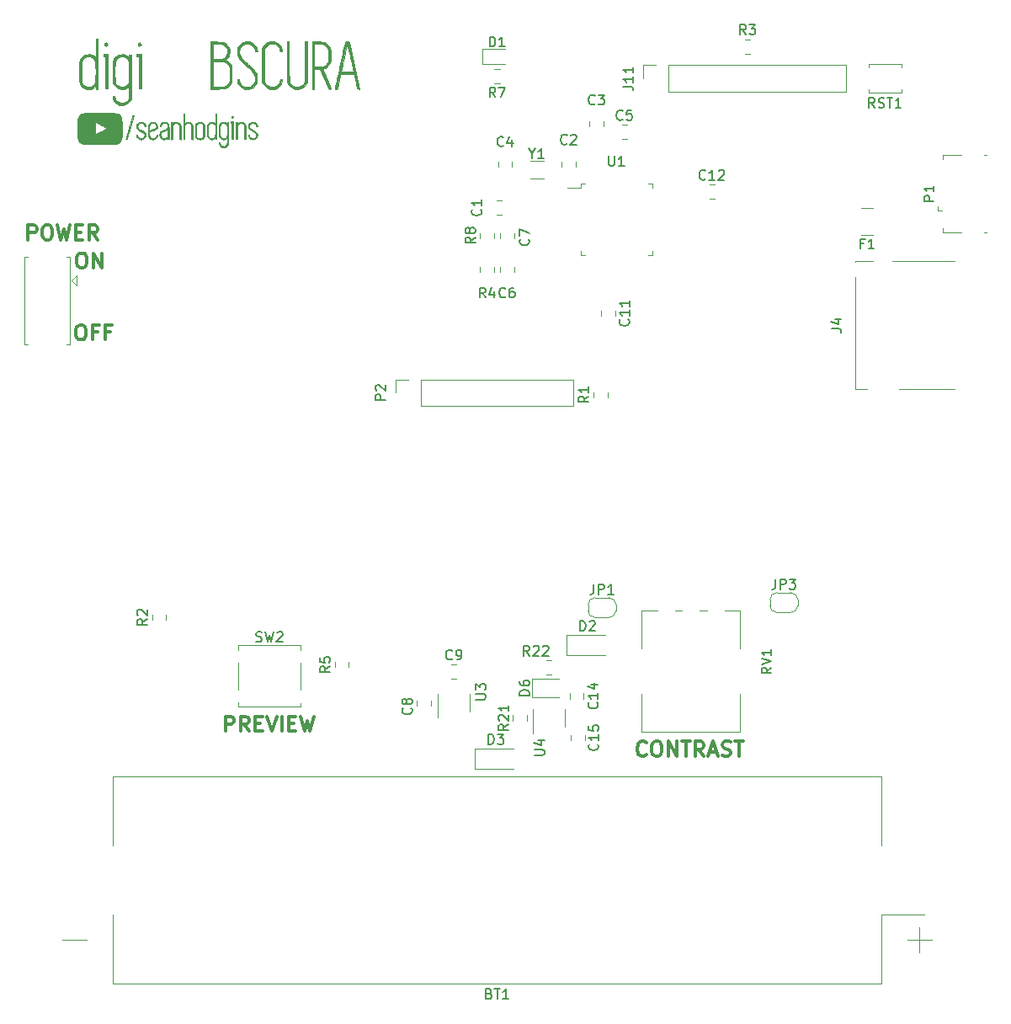
<source format=gbr>
G04 #@! TF.GenerationSoftware,KiCad,Pcbnew,(5.1.2)-2*
G04 #@! TF.CreationDate,2019-12-17T20:00:21-05:00*
G04 #@! TF.ProjectId,digiobscura_mcu,64696769-6f62-4736-9375-72615f6d6375,0.1a*
G04 #@! TF.SameCoordinates,Original*
G04 #@! TF.FileFunction,Legend,Top*
G04 #@! TF.FilePolarity,Positive*
%FSLAX46Y46*%
G04 Gerber Fmt 4.6, Leading zero omitted, Abs format (unit mm)*
G04 Created by KiCad (PCBNEW (5.1.2)-2) date 2019-12-17 20:00:21*
%MOMM*%
%LPD*%
G04 APERTURE LIST*
%ADD10C,0.300000*%
%ADD11C,0.010000*%
%ADD12C,0.120000*%
%ADD13C,0.150000*%
G04 APERTURE END LIST*
D10*
X122693857Y-172052771D02*
X122693857Y-170552771D01*
X123265285Y-170552771D01*
X123408142Y-170624200D01*
X123479571Y-170695628D01*
X123551000Y-170838485D01*
X123551000Y-171052771D01*
X123479571Y-171195628D01*
X123408142Y-171267057D01*
X123265285Y-171338485D01*
X122693857Y-171338485D01*
X125051000Y-172052771D02*
X124551000Y-171338485D01*
X124193857Y-172052771D02*
X124193857Y-170552771D01*
X124765285Y-170552771D01*
X124908142Y-170624200D01*
X124979571Y-170695628D01*
X125051000Y-170838485D01*
X125051000Y-171052771D01*
X124979571Y-171195628D01*
X124908142Y-171267057D01*
X124765285Y-171338485D01*
X124193857Y-171338485D01*
X125693857Y-171267057D02*
X126193857Y-171267057D01*
X126408142Y-172052771D02*
X125693857Y-172052771D01*
X125693857Y-170552771D01*
X126408142Y-170552771D01*
X126836714Y-170552771D02*
X127336714Y-172052771D01*
X127836714Y-170552771D01*
X128336714Y-172052771D02*
X128336714Y-170552771D01*
X129051000Y-171267057D02*
X129551000Y-171267057D01*
X129765285Y-172052771D02*
X129051000Y-172052771D01*
X129051000Y-170552771D01*
X129765285Y-170552771D01*
X130265285Y-170552771D02*
X130622428Y-172052771D01*
X130908142Y-170981342D01*
X131193857Y-172052771D01*
X131551000Y-170552771D01*
X165010257Y-174424514D02*
X164938828Y-174495942D01*
X164724542Y-174567371D01*
X164581685Y-174567371D01*
X164367400Y-174495942D01*
X164224542Y-174353085D01*
X164153114Y-174210228D01*
X164081685Y-173924514D01*
X164081685Y-173710228D01*
X164153114Y-173424514D01*
X164224542Y-173281657D01*
X164367400Y-173138800D01*
X164581685Y-173067371D01*
X164724542Y-173067371D01*
X164938828Y-173138800D01*
X165010257Y-173210228D01*
X165938828Y-173067371D02*
X166224542Y-173067371D01*
X166367400Y-173138800D01*
X166510257Y-173281657D01*
X166581685Y-173567371D01*
X166581685Y-174067371D01*
X166510257Y-174353085D01*
X166367400Y-174495942D01*
X166224542Y-174567371D01*
X165938828Y-174567371D01*
X165795971Y-174495942D01*
X165653114Y-174353085D01*
X165581685Y-174067371D01*
X165581685Y-173567371D01*
X165653114Y-173281657D01*
X165795971Y-173138800D01*
X165938828Y-173067371D01*
X167224542Y-174567371D02*
X167224542Y-173067371D01*
X168081685Y-174567371D01*
X168081685Y-173067371D01*
X168581685Y-173067371D02*
X169438828Y-173067371D01*
X169010257Y-174567371D02*
X169010257Y-173067371D01*
X170795971Y-174567371D02*
X170295971Y-173853085D01*
X169938828Y-174567371D02*
X169938828Y-173067371D01*
X170510257Y-173067371D01*
X170653114Y-173138800D01*
X170724542Y-173210228D01*
X170795971Y-173353085D01*
X170795971Y-173567371D01*
X170724542Y-173710228D01*
X170653114Y-173781657D01*
X170510257Y-173853085D01*
X169938828Y-173853085D01*
X171367400Y-174138800D02*
X172081685Y-174138800D01*
X171224542Y-174567371D02*
X171724542Y-173067371D01*
X172224542Y-174567371D01*
X172653114Y-174495942D02*
X172867400Y-174567371D01*
X173224542Y-174567371D01*
X173367400Y-174495942D01*
X173438828Y-174424514D01*
X173510257Y-174281657D01*
X173510257Y-174138800D01*
X173438828Y-173995942D01*
X173367400Y-173924514D01*
X173224542Y-173853085D01*
X172938828Y-173781657D01*
X172795971Y-173710228D01*
X172724542Y-173638800D01*
X172653114Y-173495942D01*
X172653114Y-173353085D01*
X172724542Y-173210228D01*
X172795971Y-173138800D01*
X172938828Y-173067371D01*
X173295971Y-173067371D01*
X173510257Y-173138800D01*
X173938828Y-173067371D02*
X174795971Y-173067371D01*
X174367400Y-174567371D02*
X174367400Y-173067371D01*
X108020228Y-131182771D02*
X108305942Y-131182771D01*
X108448800Y-131254200D01*
X108591657Y-131397057D01*
X108663085Y-131682771D01*
X108663085Y-132182771D01*
X108591657Y-132468485D01*
X108448800Y-132611342D01*
X108305942Y-132682771D01*
X108020228Y-132682771D01*
X107877371Y-132611342D01*
X107734514Y-132468485D01*
X107663085Y-132182771D01*
X107663085Y-131682771D01*
X107734514Y-131397057D01*
X107877371Y-131254200D01*
X108020228Y-131182771D01*
X109805942Y-131897057D02*
X109305942Y-131897057D01*
X109305942Y-132682771D02*
X109305942Y-131182771D01*
X110020228Y-131182771D01*
X111091657Y-131897057D02*
X110591657Y-131897057D01*
X110591657Y-132682771D02*
X110591657Y-131182771D01*
X111305942Y-131182771D01*
X108088428Y-123969171D02*
X108374142Y-123969171D01*
X108517000Y-124040600D01*
X108659857Y-124183457D01*
X108731285Y-124469171D01*
X108731285Y-124969171D01*
X108659857Y-125254885D01*
X108517000Y-125397742D01*
X108374142Y-125469171D01*
X108088428Y-125469171D01*
X107945571Y-125397742D01*
X107802714Y-125254885D01*
X107731285Y-124969171D01*
X107731285Y-124469171D01*
X107802714Y-124183457D01*
X107945571Y-124040600D01*
X108088428Y-123969171D01*
X109374142Y-125469171D02*
X109374142Y-123969171D01*
X110231285Y-125469171D01*
X110231285Y-123969171D01*
X102834914Y-122649771D02*
X102834914Y-121149771D01*
X103406342Y-121149771D01*
X103549200Y-121221200D01*
X103620628Y-121292628D01*
X103692057Y-121435485D01*
X103692057Y-121649771D01*
X103620628Y-121792628D01*
X103549200Y-121864057D01*
X103406342Y-121935485D01*
X102834914Y-121935485D01*
X104620628Y-121149771D02*
X104906342Y-121149771D01*
X105049200Y-121221200D01*
X105192057Y-121364057D01*
X105263485Y-121649771D01*
X105263485Y-122149771D01*
X105192057Y-122435485D01*
X105049200Y-122578342D01*
X104906342Y-122649771D01*
X104620628Y-122649771D01*
X104477771Y-122578342D01*
X104334914Y-122435485D01*
X104263485Y-122149771D01*
X104263485Y-121649771D01*
X104334914Y-121364057D01*
X104477771Y-121221200D01*
X104620628Y-121149771D01*
X105763485Y-121149771D02*
X106120628Y-122649771D01*
X106406342Y-121578342D01*
X106692057Y-122649771D01*
X107049200Y-121149771D01*
X107620628Y-121864057D02*
X108120628Y-121864057D01*
X108334914Y-122649771D02*
X107620628Y-122649771D01*
X107620628Y-121149771D01*
X108334914Y-121149771D01*
X109834914Y-122649771D02*
X109334914Y-121935485D01*
X108977771Y-122649771D02*
X108977771Y-121149771D01*
X109549200Y-121149771D01*
X109692057Y-121221200D01*
X109763485Y-121292628D01*
X109834914Y-121435485D01*
X109834914Y-121649771D01*
X109763485Y-121792628D01*
X109692057Y-121864057D01*
X109549200Y-121935485D01*
X108977771Y-121935485D01*
D11*
G36*
X123371507Y-110176681D02*
G01*
X123417257Y-110203264D01*
X123443524Y-110245017D01*
X123446743Y-110266523D01*
X123433427Y-110303699D01*
X123401438Y-110337886D01*
X123362716Y-110357527D01*
X123351374Y-110358855D01*
X123316772Y-110348067D01*
X123287795Y-110327065D01*
X123260697Y-110288427D01*
X123262394Y-110251095D01*
X123293306Y-110208875D01*
X123296007Y-110206144D01*
X123333593Y-110178153D01*
X123368522Y-110175859D01*
X123371507Y-110176681D01*
X123371507Y-110176681D01*
G37*
X123371507Y-110176681D02*
X123417257Y-110203264D01*
X123443524Y-110245017D01*
X123446743Y-110266523D01*
X123433427Y-110303699D01*
X123401438Y-110337886D01*
X123362716Y-110357527D01*
X123351374Y-110358855D01*
X123316772Y-110348067D01*
X123287795Y-110327065D01*
X123260697Y-110288427D01*
X123262394Y-110251095D01*
X123293306Y-110208875D01*
X123296007Y-110206144D01*
X123333593Y-110178153D01*
X123368522Y-110175859D01*
X123371507Y-110176681D01*
G36*
X123446743Y-112504662D02*
G01*
X123319585Y-112504662D01*
X123319585Y-110883385D01*
X123263953Y-110883385D01*
X123228333Y-110881460D01*
X123212504Y-110869576D01*
X123208445Y-110838567D01*
X123208320Y-110819806D01*
X123208320Y-110756226D01*
X123446743Y-110756226D01*
X123446743Y-112504662D01*
X123446743Y-112504662D01*
G37*
X123446743Y-112504662D02*
X123319585Y-112504662D01*
X123319585Y-110883385D01*
X123263953Y-110883385D01*
X123228333Y-110881460D01*
X123212504Y-110869576D01*
X123208445Y-110838567D01*
X123208320Y-110819806D01*
X123208320Y-110756226D01*
X123446743Y-110756226D01*
X123446743Y-112504662D01*
G36*
X124361195Y-110786475D02*
G01*
X124463402Y-110828249D01*
X124554205Y-110892232D01*
X124628746Y-110977054D01*
X124681360Y-111079146D01*
X124686431Y-111105059D01*
X124690692Y-111153972D01*
X124694180Y-111227300D01*
X124696932Y-111326463D01*
X124698986Y-111452878D01*
X124700379Y-111607963D01*
X124701148Y-111793137D01*
X124701229Y-111833104D01*
X124702438Y-112536452D01*
X124592724Y-112536452D01*
X124587976Y-111841051D01*
X124586791Y-111674040D01*
X124585624Y-111535782D01*
X124584318Y-111423239D01*
X124582719Y-111333376D01*
X124580670Y-111263156D01*
X124578014Y-111209541D01*
X124574597Y-111169496D01*
X124570263Y-111139984D01*
X124564854Y-111117969D01*
X124558216Y-111100412D01*
X124550193Y-111084279D01*
X124549010Y-111082071D01*
X124486107Y-110993919D01*
X124407028Y-110933131D01*
X124311817Y-110899734D01*
X124233539Y-110892665D01*
X124126775Y-110906380D01*
X124036110Y-110947505D01*
X123961589Y-111016014D01*
X123918069Y-111082071D01*
X123909850Y-111098240D01*
X123903037Y-111115420D01*
X123897476Y-111136647D01*
X123893012Y-111164958D01*
X123889488Y-111203389D01*
X123886751Y-111254977D01*
X123884643Y-111322759D01*
X123883011Y-111409771D01*
X123881698Y-111519049D01*
X123880550Y-111653631D01*
X123879411Y-111816553D01*
X123879248Y-111841051D01*
X123874644Y-112536452D01*
X123822292Y-112536452D01*
X123783239Y-112533510D01*
X123759927Y-112526376D01*
X123759343Y-112525855D01*
X123757348Y-112508405D01*
X123755475Y-112462100D01*
X123753761Y-112389873D01*
X123752240Y-112294661D01*
X123750949Y-112179396D01*
X123749922Y-112047013D01*
X123749195Y-111900448D01*
X123748805Y-111742633D01*
X123748746Y-111651637D01*
X123748746Y-110788016D01*
X123875905Y-110788016D01*
X123875905Y-110916673D01*
X123935511Y-110868870D01*
X124034742Y-110808108D01*
X124142006Y-110775035D01*
X124252443Y-110768281D01*
X124361195Y-110786475D01*
X124361195Y-110786475D01*
G37*
X124361195Y-110786475D02*
X124463402Y-110828249D01*
X124554205Y-110892232D01*
X124628746Y-110977054D01*
X124681360Y-111079146D01*
X124686431Y-111105059D01*
X124690692Y-111153972D01*
X124694180Y-111227300D01*
X124696932Y-111326463D01*
X124698986Y-111452878D01*
X124700379Y-111607963D01*
X124701148Y-111793137D01*
X124701229Y-111833104D01*
X124702438Y-112536452D01*
X124592724Y-112536452D01*
X124587976Y-111841051D01*
X124586791Y-111674040D01*
X124585624Y-111535782D01*
X124584318Y-111423239D01*
X124582719Y-111333376D01*
X124580670Y-111263156D01*
X124578014Y-111209541D01*
X124574597Y-111169496D01*
X124570263Y-111139984D01*
X124564854Y-111117969D01*
X124558216Y-111100412D01*
X124550193Y-111084279D01*
X124549010Y-111082071D01*
X124486107Y-110993919D01*
X124407028Y-110933131D01*
X124311817Y-110899734D01*
X124233539Y-110892665D01*
X124126775Y-110906380D01*
X124036110Y-110947505D01*
X123961589Y-111016014D01*
X123918069Y-111082071D01*
X123909850Y-111098240D01*
X123903037Y-111115420D01*
X123897476Y-111136647D01*
X123893012Y-111164958D01*
X123889488Y-111203389D01*
X123886751Y-111254977D01*
X123884643Y-111322759D01*
X123883011Y-111409771D01*
X123881698Y-111519049D01*
X123880550Y-111653631D01*
X123879411Y-111816553D01*
X123879248Y-111841051D01*
X123874644Y-112536452D01*
X123822292Y-112536452D01*
X123783239Y-112533510D01*
X123759927Y-112526376D01*
X123759343Y-112525855D01*
X123757348Y-112508405D01*
X123755475Y-112462100D01*
X123753761Y-112389873D01*
X123752240Y-112294661D01*
X123750949Y-112179396D01*
X123749922Y-112047013D01*
X123749195Y-111900448D01*
X123748805Y-111742633D01*
X123748746Y-111651637D01*
X123748746Y-110788016D01*
X123875905Y-110788016D01*
X123875905Y-110916673D01*
X123935511Y-110868870D01*
X124034742Y-110808108D01*
X124142006Y-110775035D01*
X124252443Y-110768281D01*
X124361195Y-110786475D01*
G36*
X118551124Y-110921123D02*
G01*
X118594835Y-110879264D01*
X118677520Y-110820862D01*
X118777084Y-110783618D01*
X118885751Y-110768623D01*
X118995747Y-110776963D01*
X119097475Y-110808888D01*
X119196390Y-110869709D01*
X119278218Y-110951269D01*
X119336556Y-111046871D01*
X119345176Y-111067977D01*
X119353015Y-111090267D01*
X119359482Y-111113436D01*
X119364710Y-111140633D01*
X119368829Y-111175009D01*
X119371970Y-111219712D01*
X119374266Y-111277894D01*
X119375847Y-111352704D01*
X119376845Y-111447292D01*
X119377392Y-111564808D01*
X119377618Y-111708403D01*
X119377657Y-111846581D01*
X119377657Y-112538371D01*
X119318051Y-112533437D01*
X119258446Y-112528504D01*
X119250498Y-111829130D01*
X119242551Y-111129756D01*
X119198417Y-111054677D01*
X119136320Y-110977901D01*
X119057564Y-110924481D01*
X118968002Y-110895324D01*
X118873485Y-110891340D01*
X118779865Y-110913434D01*
X118692994Y-110962516D01*
X118678796Y-110974055D01*
X118651312Y-110997441D01*
X118628395Y-111018379D01*
X118609599Y-111039868D01*
X118594475Y-111064906D01*
X118582576Y-111096491D01*
X118573454Y-111137621D01*
X118566662Y-111191293D01*
X118561753Y-111260506D01*
X118558277Y-111348258D01*
X118555789Y-111457547D01*
X118553839Y-111591370D01*
X118551981Y-111752726D01*
X118551124Y-111829130D01*
X118543177Y-112528504D01*
X118494921Y-112533231D01*
X118457231Y-112533205D01*
X118435315Y-112526608D01*
X118433539Y-112509305D01*
X118431848Y-112462630D01*
X118430264Y-112389001D01*
X118428809Y-112290836D01*
X118427504Y-112170554D01*
X118426370Y-112030571D01*
X118425429Y-111873306D01*
X118424703Y-111701177D01*
X118424213Y-111516601D01*
X118423981Y-111321998D01*
X118423965Y-111254265D01*
X118423965Y-109993273D01*
X118551124Y-109993273D01*
X118551124Y-110921123D01*
X118551124Y-110921123D01*
G37*
X118551124Y-110921123D02*
X118594835Y-110879264D01*
X118677520Y-110820862D01*
X118777084Y-110783618D01*
X118885751Y-110768623D01*
X118995747Y-110776963D01*
X119097475Y-110808888D01*
X119196390Y-110869709D01*
X119278218Y-110951269D01*
X119336556Y-111046871D01*
X119345176Y-111067977D01*
X119353015Y-111090267D01*
X119359482Y-111113436D01*
X119364710Y-111140633D01*
X119368829Y-111175009D01*
X119371970Y-111219712D01*
X119374266Y-111277894D01*
X119375847Y-111352704D01*
X119376845Y-111447292D01*
X119377392Y-111564808D01*
X119377618Y-111708403D01*
X119377657Y-111846581D01*
X119377657Y-112538371D01*
X119318051Y-112533437D01*
X119258446Y-112528504D01*
X119250498Y-111829130D01*
X119242551Y-111129756D01*
X119198417Y-111054677D01*
X119136320Y-110977901D01*
X119057564Y-110924481D01*
X118968002Y-110895324D01*
X118873485Y-110891340D01*
X118779865Y-110913434D01*
X118692994Y-110962516D01*
X118678796Y-110974055D01*
X118651312Y-110997441D01*
X118628395Y-111018379D01*
X118609599Y-111039868D01*
X118594475Y-111064906D01*
X118582576Y-111096491D01*
X118573454Y-111137621D01*
X118566662Y-111191293D01*
X118561753Y-111260506D01*
X118558277Y-111348258D01*
X118555789Y-111457547D01*
X118553839Y-111591370D01*
X118551981Y-111752726D01*
X118551124Y-111829130D01*
X118543177Y-112528504D01*
X118494921Y-112533231D01*
X118457231Y-112533205D01*
X118435315Y-112526608D01*
X118433539Y-112509305D01*
X118431848Y-112462630D01*
X118430264Y-112389001D01*
X118428809Y-112290836D01*
X118427504Y-112170554D01*
X118426370Y-112030571D01*
X118425429Y-111873306D01*
X118424703Y-111701177D01*
X118424213Y-111516601D01*
X118423981Y-111321998D01*
X118423965Y-111254265D01*
X118423965Y-109993273D01*
X118551124Y-109993273D01*
X118551124Y-110921123D01*
G36*
X117801280Y-110776188D02*
G01*
X117897521Y-110804603D01*
X117977451Y-110852016D01*
X118052862Y-110919869D01*
X118115487Y-110999099D01*
X118157056Y-111080643D01*
X118161351Y-111093803D01*
X118167432Y-111119053D01*
X118172444Y-111152029D01*
X118176480Y-111195726D01*
X118179637Y-111253139D01*
X118182008Y-111327266D01*
X118183689Y-111421101D01*
X118184775Y-111537640D01*
X118185361Y-111679880D01*
X118185542Y-111850815D01*
X118185542Y-112538371D01*
X118125936Y-112533437D01*
X118066330Y-112528504D01*
X118058383Y-111829130D01*
X118056431Y-111656364D01*
X118054582Y-111512360D01*
X118052430Y-111394093D01*
X118049570Y-111298540D01*
X118045597Y-111222677D01*
X118040107Y-111163480D01*
X118032695Y-111117924D01*
X118022954Y-111082986D01*
X118010481Y-111055641D01*
X117994870Y-111032866D01*
X117975717Y-111011637D01*
X117952615Y-110988929D01*
X117944837Y-110981359D01*
X117894425Y-110944903D01*
X117827413Y-110912515D01*
X117758096Y-110890126D01*
X117708696Y-110883385D01*
X117648441Y-110892844D01*
X117578525Y-110917267D01*
X117513243Y-110950723D01*
X117472555Y-110981359D01*
X117448187Y-111005103D01*
X117427889Y-111026459D01*
X117411256Y-111048451D01*
X117397882Y-111074104D01*
X117387363Y-111106441D01*
X117379293Y-111148486D01*
X117373267Y-111203264D01*
X117368881Y-111273799D01*
X117365729Y-111363114D01*
X117363407Y-111474233D01*
X117361509Y-111610181D01*
X117359631Y-111773981D01*
X117359009Y-111829130D01*
X117351061Y-112528504D01*
X117291456Y-112533437D01*
X117231850Y-112538371D01*
X117231850Y-110788016D01*
X117359009Y-110788016D01*
X117359009Y-110921123D01*
X117402720Y-110879264D01*
X117484419Y-110821678D01*
X117583431Y-110784495D01*
X117691728Y-110768928D01*
X117801280Y-110776188D01*
X117801280Y-110776188D01*
G37*
X117801280Y-110776188D02*
X117897521Y-110804603D01*
X117977451Y-110852016D01*
X118052862Y-110919869D01*
X118115487Y-110999099D01*
X118157056Y-111080643D01*
X118161351Y-111093803D01*
X118167432Y-111119053D01*
X118172444Y-111152029D01*
X118176480Y-111195726D01*
X118179637Y-111253139D01*
X118182008Y-111327266D01*
X118183689Y-111421101D01*
X118184775Y-111537640D01*
X118185361Y-111679880D01*
X118185542Y-111850815D01*
X118185542Y-112538371D01*
X118125936Y-112533437D01*
X118066330Y-112528504D01*
X118058383Y-111829130D01*
X118056431Y-111656364D01*
X118054582Y-111512360D01*
X118052430Y-111394093D01*
X118049570Y-111298540D01*
X118045597Y-111222677D01*
X118040107Y-111163480D01*
X118032695Y-111117924D01*
X118022954Y-111082986D01*
X118010481Y-111055641D01*
X117994870Y-111032866D01*
X117975717Y-111011637D01*
X117952615Y-110988929D01*
X117944837Y-110981359D01*
X117894425Y-110944903D01*
X117827413Y-110912515D01*
X117758096Y-110890126D01*
X117708696Y-110883385D01*
X117648441Y-110892844D01*
X117578525Y-110917267D01*
X117513243Y-110950723D01*
X117472555Y-110981359D01*
X117448187Y-111005103D01*
X117427889Y-111026459D01*
X117411256Y-111048451D01*
X117397882Y-111074104D01*
X117387363Y-111106441D01*
X117379293Y-111148486D01*
X117373267Y-111203264D01*
X117368881Y-111273799D01*
X117365729Y-111363114D01*
X117363407Y-111474233D01*
X117361509Y-111610181D01*
X117359631Y-111773981D01*
X117359009Y-111829130D01*
X117351061Y-112528504D01*
X117291456Y-112533437D01*
X117231850Y-112538371D01*
X117231850Y-110788016D01*
X117359009Y-110788016D01*
X117359009Y-110921123D01*
X117402720Y-110879264D01*
X117484419Y-110821678D01*
X117583431Y-110784495D01*
X117691728Y-110768928D01*
X117801280Y-110776188D01*
G36*
X113399404Y-110138710D02*
G01*
X113405805Y-110139246D01*
X113461297Y-110144274D01*
X113116734Y-111312547D01*
X113061666Y-111499143D01*
X113009039Y-111677250D01*
X112959567Y-111844461D01*
X112913965Y-111998369D01*
X112872949Y-112136567D01*
X112837233Y-112256648D01*
X112807532Y-112356206D01*
X112784563Y-112432835D01*
X112769040Y-112484126D01*
X112761677Y-112507674D01*
X112761332Y-112508636D01*
X112738536Y-112530159D01*
X112694364Y-112536452D01*
X112657370Y-112534911D01*
X112638758Y-112531119D01*
X112638233Y-112530275D01*
X112642610Y-112513653D01*
X112655184Y-112469454D01*
X112675121Y-112400503D01*
X112701587Y-112309624D01*
X112733749Y-112199639D01*
X112770772Y-112073373D01*
X112811822Y-111933648D01*
X112856065Y-111783290D01*
X112902667Y-111625120D01*
X112950795Y-111461964D01*
X112999613Y-111296644D01*
X113048287Y-111131984D01*
X113095985Y-110970808D01*
X113141872Y-110815940D01*
X113185113Y-110670202D01*
X113224875Y-110536419D01*
X113260323Y-110417414D01*
X113290624Y-110316011D01*
X113314944Y-110235033D01*
X113332448Y-110177305D01*
X113342302Y-110145649D01*
X113344176Y-110140354D01*
X113362502Y-110137551D01*
X113399404Y-110138710D01*
X113399404Y-110138710D01*
G37*
X113399404Y-110138710D02*
X113405805Y-110139246D01*
X113461297Y-110144274D01*
X113116734Y-111312547D01*
X113061666Y-111499143D01*
X113009039Y-111677250D01*
X112959567Y-111844461D01*
X112913965Y-111998369D01*
X112872949Y-112136567D01*
X112837233Y-112256648D01*
X112807532Y-112356206D01*
X112784563Y-112432835D01*
X112769040Y-112484126D01*
X112761677Y-112507674D01*
X112761332Y-112508636D01*
X112738536Y-112530159D01*
X112694364Y-112536452D01*
X112657370Y-112534911D01*
X112638758Y-112531119D01*
X112638233Y-112530275D01*
X112642610Y-112513653D01*
X112655184Y-112469454D01*
X112675121Y-112400503D01*
X112701587Y-112309624D01*
X112733749Y-112199639D01*
X112770772Y-112073373D01*
X112811822Y-111933648D01*
X112856065Y-111783290D01*
X112902667Y-111625120D01*
X112950795Y-111461964D01*
X112999613Y-111296644D01*
X113048287Y-111131984D01*
X113095985Y-110970808D01*
X113141872Y-110815940D01*
X113185113Y-110670202D01*
X113224875Y-110536419D01*
X113260323Y-110417414D01*
X113290624Y-110316011D01*
X113314944Y-110235033D01*
X113332448Y-110177305D01*
X113342302Y-110145649D01*
X113344176Y-110140354D01*
X113362502Y-110137551D01*
X113399404Y-110138710D01*
G36*
X125545193Y-110782440D02*
G01*
X125653475Y-110824742D01*
X125746712Y-110891069D01*
X125821117Y-110978004D01*
X125872901Y-111082130D01*
X125897641Y-111193335D01*
X125898020Y-111225151D01*
X125884559Y-111239678D01*
X125848603Y-111245516D01*
X125844822Y-111245838D01*
X125806817Y-111246725D01*
X125788163Y-111235157D01*
X125778194Y-111202633D01*
X125775942Y-111190945D01*
X125742165Y-111086091D01*
X125685542Y-111001496D01*
X125608871Y-110939542D01*
X125514947Y-110902610D01*
X125425655Y-110892665D01*
X125319222Y-110906775D01*
X125228424Y-110947661D01*
X125155738Y-111013163D01*
X125103644Y-111101117D01*
X125076470Y-111197341D01*
X125072881Y-111250856D01*
X125084427Y-111300907D01*
X125100698Y-111338223D01*
X125125553Y-111378525D01*
X125162440Y-111418561D01*
X125214705Y-111460693D01*
X125285696Y-111507284D01*
X125378760Y-111560695D01*
X125497243Y-111623289D01*
X125524137Y-111637042D01*
X125658644Y-111713867D01*
X125762504Y-111792443D01*
X125836857Y-111874376D01*
X125882844Y-111961270D01*
X125901609Y-112054729D01*
X125894290Y-112156358D01*
X125894142Y-112157144D01*
X125858315Y-112267572D01*
X125798135Y-112363787D01*
X125718247Y-112442835D01*
X125623294Y-112501760D01*
X125517920Y-112537609D01*
X125406767Y-112547426D01*
X125305657Y-112531572D01*
X125201219Y-112488176D01*
X125110092Y-112423192D01*
X125036506Y-112341700D01*
X124984690Y-112248782D01*
X124958872Y-112149517D01*
X124956756Y-112112406D01*
X124959564Y-112076604D01*
X124974558Y-112062225D01*
X125010619Y-112059605D01*
X125046692Y-112062676D01*
X125064691Y-112078117D01*
X125074920Y-112115273D01*
X125075526Y-112118472D01*
X125108118Y-112216886D01*
X125163880Y-112301855D01*
X125237868Y-112367569D01*
X125321103Y-112407045D01*
X125424856Y-112424701D01*
X125519945Y-112412161D01*
X125608351Y-112368907D01*
X125672416Y-112315046D01*
X125719624Y-112262617D01*
X125748360Y-112214473D01*
X125766502Y-112157118D01*
X125767713Y-112151812D01*
X125777612Y-112088751D01*
X125775608Y-112032584D01*
X125759361Y-111980810D01*
X125726531Y-111930931D01*
X125674777Y-111880448D01*
X125601758Y-111826863D01*
X125505134Y-111767676D01*
X125382564Y-111700388D01*
X125308891Y-111661932D01*
X125209055Y-111603581D01*
X125119286Y-111538019D01*
X125045526Y-111470310D01*
X124993716Y-111405518D01*
X124980818Y-111382291D01*
X124961826Y-111314260D01*
X124957489Y-111229567D01*
X124967070Y-111139365D01*
X124989832Y-111054806D01*
X125004740Y-111020450D01*
X125069959Y-110925216D01*
X125157045Y-110849629D01*
X125260658Y-110796899D01*
X125375455Y-110770234D01*
X125425655Y-110767580D01*
X125545193Y-110782440D01*
X125545193Y-110782440D01*
G37*
X125545193Y-110782440D02*
X125653475Y-110824742D01*
X125746712Y-110891069D01*
X125821117Y-110978004D01*
X125872901Y-111082130D01*
X125897641Y-111193335D01*
X125898020Y-111225151D01*
X125884559Y-111239678D01*
X125848603Y-111245516D01*
X125844822Y-111245838D01*
X125806817Y-111246725D01*
X125788163Y-111235157D01*
X125778194Y-111202633D01*
X125775942Y-111190945D01*
X125742165Y-111086091D01*
X125685542Y-111001496D01*
X125608871Y-110939542D01*
X125514947Y-110902610D01*
X125425655Y-110892665D01*
X125319222Y-110906775D01*
X125228424Y-110947661D01*
X125155738Y-111013163D01*
X125103644Y-111101117D01*
X125076470Y-111197341D01*
X125072881Y-111250856D01*
X125084427Y-111300907D01*
X125100698Y-111338223D01*
X125125553Y-111378525D01*
X125162440Y-111418561D01*
X125214705Y-111460693D01*
X125285696Y-111507284D01*
X125378760Y-111560695D01*
X125497243Y-111623289D01*
X125524137Y-111637042D01*
X125658644Y-111713867D01*
X125762504Y-111792443D01*
X125836857Y-111874376D01*
X125882844Y-111961270D01*
X125901609Y-112054729D01*
X125894290Y-112156358D01*
X125894142Y-112157144D01*
X125858315Y-112267572D01*
X125798135Y-112363787D01*
X125718247Y-112442835D01*
X125623294Y-112501760D01*
X125517920Y-112537609D01*
X125406767Y-112547426D01*
X125305657Y-112531572D01*
X125201219Y-112488176D01*
X125110092Y-112423192D01*
X125036506Y-112341700D01*
X124984690Y-112248782D01*
X124958872Y-112149517D01*
X124956756Y-112112406D01*
X124959564Y-112076604D01*
X124974558Y-112062225D01*
X125010619Y-112059605D01*
X125046692Y-112062676D01*
X125064691Y-112078117D01*
X125074920Y-112115273D01*
X125075526Y-112118472D01*
X125108118Y-112216886D01*
X125163880Y-112301855D01*
X125237868Y-112367569D01*
X125321103Y-112407045D01*
X125424856Y-112424701D01*
X125519945Y-112412161D01*
X125608351Y-112368907D01*
X125672416Y-112315046D01*
X125719624Y-112262617D01*
X125748360Y-112214473D01*
X125766502Y-112157118D01*
X125767713Y-112151812D01*
X125777612Y-112088751D01*
X125775608Y-112032584D01*
X125759361Y-111980810D01*
X125726531Y-111930931D01*
X125674777Y-111880448D01*
X125601758Y-111826863D01*
X125505134Y-111767676D01*
X125382564Y-111700388D01*
X125308891Y-111661932D01*
X125209055Y-111603581D01*
X125119286Y-111538019D01*
X125045526Y-111470310D01*
X124993716Y-111405518D01*
X124980818Y-111382291D01*
X124961826Y-111314260D01*
X124957489Y-111229567D01*
X124967070Y-111139365D01*
X124989832Y-111054806D01*
X125004740Y-111020450D01*
X125069959Y-110925216D01*
X125157045Y-110849629D01*
X125260658Y-110796899D01*
X125375455Y-110770234D01*
X125425655Y-110767580D01*
X125545193Y-110782440D01*
G36*
X121761887Y-112536452D02*
G01*
X121706255Y-112536452D01*
X121672295Y-112534982D01*
X121656062Y-112524857D01*
X121651011Y-112497506D01*
X121650623Y-112463589D01*
X121650623Y-112390726D01*
X121588446Y-112439972D01*
X121538291Y-112475242D01*
X121486509Y-112505076D01*
X121470407Y-112512558D01*
X121397180Y-112533453D01*
X121310914Y-112543980D01*
X121227615Y-112542825D01*
X121185452Y-112535914D01*
X121075322Y-112493191D01*
X120977859Y-112425719D01*
X120899044Y-112338695D01*
X120846435Y-112241464D01*
X120838024Y-112217337D01*
X120831318Y-112190828D01*
X120826128Y-112158199D01*
X120822262Y-112115711D01*
X120819531Y-112059624D01*
X120817744Y-111986199D01*
X120816711Y-111891696D01*
X120816241Y-111772377D01*
X120816143Y-111646339D01*
X120816143Y-111640248D01*
X120935157Y-111640248D01*
X120935436Y-111757009D01*
X120936677Y-111869353D01*
X120938885Y-111972109D01*
X120942063Y-112060106D01*
X120946215Y-112128176D01*
X120951345Y-112171146D01*
X120952754Y-112177268D01*
X120973697Y-112223833D01*
X121009064Y-112277053D01*
X121036114Y-112309042D01*
X121119236Y-112376303D01*
X121211453Y-112414501D01*
X121308968Y-112422832D01*
X121407982Y-112400492D01*
X121428095Y-112392062D01*
X121509145Y-112346115D01*
X121568859Y-112288226D01*
X121608459Y-112226502D01*
X121617920Y-112207764D01*
X121625456Y-112188116D01*
X121631285Y-112163895D01*
X121635627Y-112131438D01*
X121638699Y-112087082D01*
X121640720Y-112027163D01*
X121641910Y-111948019D01*
X121642485Y-111845986D01*
X121642665Y-111717402D01*
X121642676Y-111653040D01*
X121642676Y-111143158D01*
X121594571Y-111065350D01*
X121533036Y-110990103D01*
X121468659Y-110939437D01*
X121378789Y-110901154D01*
X121284241Y-110890673D01*
X121190802Y-110905781D01*
X121104263Y-110944263D01*
X121030413Y-111003904D01*
X120975041Y-111082491D01*
X120953497Y-111136468D01*
X120948076Y-111171152D01*
X120943596Y-111232442D01*
X120940061Y-111315167D01*
X120937473Y-111414157D01*
X120935837Y-111524241D01*
X120935157Y-111640248D01*
X120816143Y-111640248D01*
X120816143Y-111129756D01*
X120860746Y-111038925D01*
X120927836Y-110936247D01*
X121015431Y-110855786D01*
X121119385Y-110800122D01*
X121235550Y-110771835D01*
X121295147Y-110768745D01*
X121399236Y-110779246D01*
X121492068Y-110811432D01*
X121575123Y-110861562D01*
X121650623Y-110915122D01*
X121650623Y-109993273D01*
X121761887Y-109993273D01*
X121761887Y-112536452D01*
X121761887Y-112536452D01*
G37*
X121761887Y-112536452D02*
X121706255Y-112536452D01*
X121672295Y-112534982D01*
X121656062Y-112524857D01*
X121651011Y-112497506D01*
X121650623Y-112463589D01*
X121650623Y-112390726D01*
X121588446Y-112439972D01*
X121538291Y-112475242D01*
X121486509Y-112505076D01*
X121470407Y-112512558D01*
X121397180Y-112533453D01*
X121310914Y-112543980D01*
X121227615Y-112542825D01*
X121185452Y-112535914D01*
X121075322Y-112493191D01*
X120977859Y-112425719D01*
X120899044Y-112338695D01*
X120846435Y-112241464D01*
X120838024Y-112217337D01*
X120831318Y-112190828D01*
X120826128Y-112158199D01*
X120822262Y-112115711D01*
X120819531Y-112059624D01*
X120817744Y-111986199D01*
X120816711Y-111891696D01*
X120816241Y-111772377D01*
X120816143Y-111646339D01*
X120816143Y-111640248D01*
X120935157Y-111640248D01*
X120935436Y-111757009D01*
X120936677Y-111869353D01*
X120938885Y-111972109D01*
X120942063Y-112060106D01*
X120946215Y-112128176D01*
X120951345Y-112171146D01*
X120952754Y-112177268D01*
X120973697Y-112223833D01*
X121009064Y-112277053D01*
X121036114Y-112309042D01*
X121119236Y-112376303D01*
X121211453Y-112414501D01*
X121308968Y-112422832D01*
X121407982Y-112400492D01*
X121428095Y-112392062D01*
X121509145Y-112346115D01*
X121568859Y-112288226D01*
X121608459Y-112226502D01*
X121617920Y-112207764D01*
X121625456Y-112188116D01*
X121631285Y-112163895D01*
X121635627Y-112131438D01*
X121638699Y-112087082D01*
X121640720Y-112027163D01*
X121641910Y-111948019D01*
X121642485Y-111845986D01*
X121642665Y-111717402D01*
X121642676Y-111653040D01*
X121642676Y-111143158D01*
X121594571Y-111065350D01*
X121533036Y-110990103D01*
X121468659Y-110939437D01*
X121378789Y-110901154D01*
X121284241Y-110890673D01*
X121190802Y-110905781D01*
X121104263Y-110944263D01*
X121030413Y-111003904D01*
X120975041Y-111082491D01*
X120953497Y-111136468D01*
X120948076Y-111171152D01*
X120943596Y-111232442D01*
X120940061Y-111315167D01*
X120937473Y-111414157D01*
X120935837Y-111524241D01*
X120935157Y-111640248D01*
X120816143Y-111640248D01*
X120816143Y-111129756D01*
X120860746Y-111038925D01*
X120927836Y-110936247D01*
X121015431Y-110855786D01*
X121119385Y-110800122D01*
X121235550Y-110771835D01*
X121295147Y-110768745D01*
X121399236Y-110779246D01*
X121492068Y-110811432D01*
X121575123Y-110861562D01*
X121650623Y-110915122D01*
X121650623Y-109993273D01*
X121761887Y-109993273D01*
X121761887Y-112536452D01*
G36*
X120250296Y-110793496D02*
G01*
X120347968Y-110838953D01*
X120433545Y-110906373D01*
X120502465Y-110994840D01*
X120545825Y-111089702D01*
X120552976Y-111115230D01*
X120558587Y-111146279D01*
X120562781Y-111186481D01*
X120565687Y-111239468D01*
X120567430Y-111308871D01*
X120568135Y-111398323D01*
X120567929Y-111511455D01*
X120566938Y-111651899D01*
X120566611Y-111688649D01*
X120565231Y-111831511D01*
X120563825Y-111946216D01*
X120562142Y-112036394D01*
X120559931Y-112105677D01*
X120556943Y-112157695D01*
X120552925Y-112196081D01*
X120547629Y-112224465D01*
X120540803Y-112246478D01*
X120532197Y-112265752D01*
X120525964Y-112277718D01*
X120455122Y-112383106D01*
X120369045Y-112461551D01*
X120310394Y-112495947D01*
X120221141Y-112528092D01*
X120124005Y-112544271D01*
X120031136Y-112543215D01*
X119973715Y-112531064D01*
X119886916Y-112496765D01*
X119818686Y-112454901D01*
X119755816Y-112397167D01*
X119748865Y-112389712D01*
X119716714Y-112353673D01*
X119690610Y-112319858D01*
X119669925Y-112284566D01*
X119654030Y-112244091D01*
X119642295Y-112194730D01*
X119634093Y-112132780D01*
X119628794Y-112054537D01*
X119625770Y-111956297D01*
X119624393Y-111834357D01*
X119624033Y-111685012D01*
X119624031Y-111670181D01*
X119743677Y-111670181D01*
X119743890Y-111807332D01*
X119744506Y-111916514D01*
X119745745Y-112001549D01*
X119747824Y-112066255D01*
X119750961Y-112114455D01*
X119755374Y-112149969D01*
X119761281Y-112176618D01*
X119768899Y-112198221D01*
X119774506Y-112210607D01*
X119834269Y-112303568D01*
X119909790Y-112370953D01*
X119997301Y-112411414D01*
X120093036Y-112423607D01*
X120193229Y-112406186D01*
X120252900Y-112381477D01*
X120338855Y-112323051D01*
X120386883Y-112268843D01*
X120434666Y-112199921D01*
X120434666Y-111111539D01*
X120391311Y-111046025D01*
X120324137Y-110970786D01*
X120242072Y-110920177D01*
X120150665Y-110894482D01*
X120055467Y-110893985D01*
X119962027Y-110918969D01*
X119875895Y-110969719D01*
X119826049Y-111017121D01*
X119791191Y-111066085D01*
X119764743Y-111119297D01*
X119760090Y-111133295D01*
X119755281Y-111167066D01*
X119751166Y-111229249D01*
X119747848Y-111316468D01*
X119745430Y-111425352D01*
X119744015Y-111552526D01*
X119743677Y-111670181D01*
X119624031Y-111670181D01*
X119624028Y-111654286D01*
X119624282Y-111499604D01*
X119625436Y-111373028D01*
X119628079Y-111270878D01*
X119632800Y-111189472D01*
X119640187Y-111125127D01*
X119650828Y-111074164D01*
X119665313Y-111032900D01*
X119684229Y-110997653D01*
X119708166Y-110964744D01*
X119737712Y-110930489D01*
X119740183Y-110927749D01*
X119829900Y-110849636D01*
X119930331Y-110798071D01*
X120036916Y-110772138D01*
X120145091Y-110770918D01*
X120250296Y-110793496D01*
X120250296Y-110793496D01*
G37*
X120250296Y-110793496D02*
X120347968Y-110838953D01*
X120433545Y-110906373D01*
X120502465Y-110994840D01*
X120545825Y-111089702D01*
X120552976Y-111115230D01*
X120558587Y-111146279D01*
X120562781Y-111186481D01*
X120565687Y-111239468D01*
X120567430Y-111308871D01*
X120568135Y-111398323D01*
X120567929Y-111511455D01*
X120566938Y-111651899D01*
X120566611Y-111688649D01*
X120565231Y-111831511D01*
X120563825Y-111946216D01*
X120562142Y-112036394D01*
X120559931Y-112105677D01*
X120556943Y-112157695D01*
X120552925Y-112196081D01*
X120547629Y-112224465D01*
X120540803Y-112246478D01*
X120532197Y-112265752D01*
X120525964Y-112277718D01*
X120455122Y-112383106D01*
X120369045Y-112461551D01*
X120310394Y-112495947D01*
X120221141Y-112528092D01*
X120124005Y-112544271D01*
X120031136Y-112543215D01*
X119973715Y-112531064D01*
X119886916Y-112496765D01*
X119818686Y-112454901D01*
X119755816Y-112397167D01*
X119748865Y-112389712D01*
X119716714Y-112353673D01*
X119690610Y-112319858D01*
X119669925Y-112284566D01*
X119654030Y-112244091D01*
X119642295Y-112194730D01*
X119634093Y-112132780D01*
X119628794Y-112054537D01*
X119625770Y-111956297D01*
X119624393Y-111834357D01*
X119624033Y-111685012D01*
X119624031Y-111670181D01*
X119743677Y-111670181D01*
X119743890Y-111807332D01*
X119744506Y-111916514D01*
X119745745Y-112001549D01*
X119747824Y-112066255D01*
X119750961Y-112114455D01*
X119755374Y-112149969D01*
X119761281Y-112176618D01*
X119768899Y-112198221D01*
X119774506Y-112210607D01*
X119834269Y-112303568D01*
X119909790Y-112370953D01*
X119997301Y-112411414D01*
X120093036Y-112423607D01*
X120193229Y-112406186D01*
X120252900Y-112381477D01*
X120338855Y-112323051D01*
X120386883Y-112268843D01*
X120434666Y-112199921D01*
X120434666Y-111111539D01*
X120391311Y-111046025D01*
X120324137Y-110970786D01*
X120242072Y-110920177D01*
X120150665Y-110894482D01*
X120055467Y-110893985D01*
X119962027Y-110918969D01*
X119875895Y-110969719D01*
X119826049Y-111017121D01*
X119791191Y-111066085D01*
X119764743Y-111119297D01*
X119760090Y-111133295D01*
X119755281Y-111167066D01*
X119751166Y-111229249D01*
X119747848Y-111316468D01*
X119745430Y-111425352D01*
X119744015Y-111552526D01*
X119743677Y-111670181D01*
X119624031Y-111670181D01*
X119624028Y-111654286D01*
X119624282Y-111499604D01*
X119625436Y-111373028D01*
X119628079Y-111270878D01*
X119632800Y-111189472D01*
X119640187Y-111125127D01*
X119650828Y-111074164D01*
X119665313Y-111032900D01*
X119684229Y-110997653D01*
X119708166Y-110964744D01*
X119737712Y-110930489D01*
X119740183Y-110927749D01*
X119829900Y-110849636D01*
X119930331Y-110798071D01*
X120036916Y-110772138D01*
X120145091Y-110770918D01*
X120250296Y-110793496D01*
G36*
X116649847Y-110782261D02*
G01*
X116751119Y-110822186D01*
X116841242Y-110887020D01*
X116915905Y-110975874D01*
X116951507Y-111040388D01*
X116959600Y-111058788D01*
X116966294Y-111077795D01*
X116971723Y-111100458D01*
X116976017Y-111129823D01*
X116979311Y-111168936D01*
X116981737Y-111220844D01*
X116983426Y-111288595D01*
X116984513Y-111375235D01*
X116985128Y-111483811D01*
X116985406Y-111617369D01*
X116985478Y-111778956D01*
X116985479Y-111821182D01*
X116985479Y-112528504D01*
X116929847Y-112528504D01*
X116895026Y-112526495D01*
X116877551Y-112514640D01*
X116869368Y-112484198D01*
X116866268Y-112459476D01*
X116858320Y-112390448D01*
X116820993Y-112430376D01*
X116760667Y-112476371D01*
X116679683Y-112513002D01*
X116588483Y-112537511D01*
X116497503Y-112547137D01*
X116417185Y-112539124D01*
X116413264Y-112538112D01*
X116294559Y-112491733D01*
X116195459Y-112422740D01*
X116118804Y-112333590D01*
X116073599Y-112244293D01*
X116050113Y-112155345D01*
X116039743Y-112056443D01*
X116042018Y-111978377D01*
X116168850Y-111978377D01*
X116169081Y-112052598D01*
X116169353Y-112060052D01*
X116173241Y-112130999D01*
X116179922Y-112180137D01*
X116191942Y-112217449D01*
X116211846Y-112252913D01*
X116222624Y-112268873D01*
X116292860Y-112344166D01*
X116378601Y-112394750D01*
X116473919Y-112419392D01*
X116572886Y-112416861D01*
X116669575Y-112385924D01*
X116701412Y-112368385D01*
X116765868Y-112317298D01*
X116814694Y-112249610D01*
X116821854Y-112236362D01*
X116837543Y-112205425D01*
X116849020Y-112177866D01*
X116856943Y-112148114D01*
X116861970Y-112110597D01*
X116864760Y-112059743D01*
X116865971Y-111989981D01*
X116866262Y-111895737D01*
X116866268Y-111860476D01*
X116866268Y-111569607D01*
X116604467Y-111669770D01*
X116473195Y-111721336D01*
X116369691Y-111765201D01*
X116291261Y-111802748D01*
X116235209Y-111835361D01*
X116198841Y-111864427D01*
X116181566Y-111887046D01*
X116173189Y-111920681D01*
X116168850Y-111978377D01*
X116042018Y-111978377D01*
X116042588Y-111958846D01*
X116058744Y-111873818D01*
X116070143Y-111843180D01*
X116086373Y-111811113D01*
X116105858Y-111782566D01*
X116131614Y-111755909D01*
X116166660Y-111729508D01*
X116214013Y-111701732D01*
X116276690Y-111670950D01*
X116357709Y-111635530D01*
X116460088Y-111593839D01*
X116586843Y-111544246D01*
X116711293Y-111496461D01*
X116866268Y-111437238D01*
X116866179Y-111307339D01*
X116862522Y-111205552D01*
X116850118Y-111127304D01*
X116826578Y-111064986D01*
X116789515Y-111010990D01*
X116764822Y-110984390D01*
X116683410Y-110923027D01*
X116593626Y-110891727D01*
X116498261Y-110890787D01*
X116400108Y-110920506D01*
X116360372Y-110941231D01*
X116310139Y-110980012D01*
X116262531Y-111032446D01*
X116224206Y-111089389D01*
X116201820Y-111141696D01*
X116198683Y-111163357D01*
X116192390Y-111214277D01*
X116170327Y-111240949D01*
X116127720Y-111248956D01*
X116125456Y-111248967D01*
X116090429Y-111246781D01*
X116075223Y-111233999D01*
X116071591Y-111201286D01*
X116071524Y-111187926D01*
X116081567Y-111128379D01*
X116108052Y-111056821D01*
X116145516Y-110984276D01*
X116188492Y-110921769D01*
X116219474Y-110889429D01*
X116322238Y-110820828D01*
X116431095Y-110780693D01*
X116541735Y-110768133D01*
X116649847Y-110782261D01*
X116649847Y-110782261D01*
G37*
X116649847Y-110782261D02*
X116751119Y-110822186D01*
X116841242Y-110887020D01*
X116915905Y-110975874D01*
X116951507Y-111040388D01*
X116959600Y-111058788D01*
X116966294Y-111077795D01*
X116971723Y-111100458D01*
X116976017Y-111129823D01*
X116979311Y-111168936D01*
X116981737Y-111220844D01*
X116983426Y-111288595D01*
X116984513Y-111375235D01*
X116985128Y-111483811D01*
X116985406Y-111617369D01*
X116985478Y-111778956D01*
X116985479Y-111821182D01*
X116985479Y-112528504D01*
X116929847Y-112528504D01*
X116895026Y-112526495D01*
X116877551Y-112514640D01*
X116869368Y-112484198D01*
X116866268Y-112459476D01*
X116858320Y-112390448D01*
X116820993Y-112430376D01*
X116760667Y-112476371D01*
X116679683Y-112513002D01*
X116588483Y-112537511D01*
X116497503Y-112547137D01*
X116417185Y-112539124D01*
X116413264Y-112538112D01*
X116294559Y-112491733D01*
X116195459Y-112422740D01*
X116118804Y-112333590D01*
X116073599Y-112244293D01*
X116050113Y-112155345D01*
X116039743Y-112056443D01*
X116042018Y-111978377D01*
X116168850Y-111978377D01*
X116169081Y-112052598D01*
X116169353Y-112060052D01*
X116173241Y-112130999D01*
X116179922Y-112180137D01*
X116191942Y-112217449D01*
X116211846Y-112252913D01*
X116222624Y-112268873D01*
X116292860Y-112344166D01*
X116378601Y-112394750D01*
X116473919Y-112419392D01*
X116572886Y-112416861D01*
X116669575Y-112385924D01*
X116701412Y-112368385D01*
X116765868Y-112317298D01*
X116814694Y-112249610D01*
X116821854Y-112236362D01*
X116837543Y-112205425D01*
X116849020Y-112177866D01*
X116856943Y-112148114D01*
X116861970Y-112110597D01*
X116864760Y-112059743D01*
X116865971Y-111989981D01*
X116866262Y-111895737D01*
X116866268Y-111860476D01*
X116866268Y-111569607D01*
X116604467Y-111669770D01*
X116473195Y-111721336D01*
X116369691Y-111765201D01*
X116291261Y-111802748D01*
X116235209Y-111835361D01*
X116198841Y-111864427D01*
X116181566Y-111887046D01*
X116173189Y-111920681D01*
X116168850Y-111978377D01*
X116042018Y-111978377D01*
X116042588Y-111958846D01*
X116058744Y-111873818D01*
X116070143Y-111843180D01*
X116086373Y-111811113D01*
X116105858Y-111782566D01*
X116131614Y-111755909D01*
X116166660Y-111729508D01*
X116214013Y-111701732D01*
X116276690Y-111670950D01*
X116357709Y-111635530D01*
X116460088Y-111593839D01*
X116586843Y-111544246D01*
X116711293Y-111496461D01*
X116866268Y-111437238D01*
X116866179Y-111307339D01*
X116862522Y-111205552D01*
X116850118Y-111127304D01*
X116826578Y-111064986D01*
X116789515Y-111010990D01*
X116764822Y-110984390D01*
X116683410Y-110923027D01*
X116593626Y-110891727D01*
X116498261Y-110890787D01*
X116400108Y-110920506D01*
X116360372Y-110941231D01*
X116310139Y-110980012D01*
X116262531Y-111032446D01*
X116224206Y-111089389D01*
X116201820Y-111141696D01*
X116198683Y-111163357D01*
X116192390Y-111214277D01*
X116170327Y-111240949D01*
X116127720Y-111248956D01*
X116125456Y-111248967D01*
X116090429Y-111246781D01*
X116075223Y-111233999D01*
X116071591Y-111201286D01*
X116071524Y-111187926D01*
X116081567Y-111128379D01*
X116108052Y-111056821D01*
X116145516Y-110984276D01*
X116188492Y-110921769D01*
X116219474Y-110889429D01*
X116322238Y-110820828D01*
X116431095Y-110780693D01*
X116541735Y-110768133D01*
X116649847Y-110782261D01*
G36*
X115518471Y-110789245D02*
G01*
X115568814Y-110808888D01*
X115662857Y-110865583D01*
X115738670Y-110938436D01*
X115795273Y-111022833D01*
X115831684Y-111114157D01*
X115846920Y-111207795D01*
X115840001Y-111299131D01*
X115809944Y-111383550D01*
X115755768Y-111456437D01*
X115713890Y-111490937D01*
X115681156Y-111508869D01*
X115623637Y-111535637D01*
X115546405Y-111569165D01*
X115454533Y-111607376D01*
X115353094Y-111648193D01*
X115247161Y-111689539D01*
X115141805Y-111729339D01*
X115050279Y-111762614D01*
X115038350Y-111770345D01*
X115030367Y-111787114D01*
X115025568Y-111818379D01*
X115023191Y-111869596D01*
X115022475Y-111946222D01*
X115022463Y-111961922D01*
X115022986Y-112044398D01*
X115025424Y-112103146D01*
X115031080Y-112146226D01*
X115041260Y-112181692D01*
X115057266Y-112217604D01*
X115066877Y-112236362D01*
X115127909Y-112321520D01*
X115208017Y-112381605D01*
X115305121Y-112415277D01*
X115353512Y-112421434D01*
X115451885Y-112413320D01*
X115542754Y-112378374D01*
X115620608Y-112320861D01*
X115679936Y-112245046D01*
X115715226Y-112155194D01*
X115718396Y-112139080D01*
X115727597Y-112095018D01*
X115741171Y-112073328D01*
X115767651Y-112064863D01*
X115789745Y-112062620D01*
X115828546Y-112061328D01*
X115845164Y-112070819D01*
X115848954Y-112097901D01*
X115848996Y-112105734D01*
X115843382Y-112147153D01*
X115828912Y-112203281D01*
X115815132Y-112244293D01*
X115761363Y-112345193D01*
X115685058Y-112428547D01*
X115591599Y-112491723D01*
X115486369Y-112532092D01*
X115374752Y-112547024D01*
X115262130Y-112533889D01*
X115237044Y-112526746D01*
X115125516Y-112475205D01*
X115032005Y-112398816D01*
X114959874Y-112300938D01*
X114919885Y-112209620D01*
X114912400Y-112182928D01*
X114906560Y-112151473D01*
X114902224Y-112111469D01*
X114899255Y-112059129D01*
X114897510Y-111990666D01*
X114896849Y-111902293D01*
X114897134Y-111790224D01*
X114898224Y-111650671D01*
X114898305Y-111642024D01*
X115022463Y-111642024D01*
X115288702Y-111541100D01*
X115377419Y-111507164D01*
X115458064Y-111475746D01*
X115524977Y-111449095D01*
X115572501Y-111429460D01*
X115593224Y-111420072D01*
X115631107Y-111395291D01*
X115672584Y-111361583D01*
X115676672Y-111357828D01*
X115712615Y-111303565D01*
X115724684Y-111233726D01*
X115712927Y-111153674D01*
X115677391Y-111068770D01*
X115674096Y-111062926D01*
X115611337Y-110982561D01*
X115532432Y-110926406D01*
X115442865Y-110895372D01*
X115348118Y-110890372D01*
X115253671Y-110912315D01*
X115165009Y-110962113D01*
X115148393Y-110975546D01*
X115104416Y-111016767D01*
X115071933Y-111058155D01*
X115049259Y-111105431D01*
X115034709Y-111164314D01*
X115026597Y-111240525D01*
X115023239Y-111339783D01*
X115022812Y-111401785D01*
X115022463Y-111642024D01*
X114898305Y-111642024D01*
X114898425Y-111629458D01*
X114899856Y-111489794D01*
X114901338Y-111378100D01*
X114903144Y-111290554D01*
X114905546Y-111223338D01*
X114908817Y-111172630D01*
X114913230Y-111134610D01*
X114919057Y-111105459D01*
X114926572Y-111081356D01*
X114936048Y-111058482D01*
X114939776Y-111050281D01*
X115002965Y-110947600D01*
X115085787Y-110866159D01*
X115183495Y-110807783D01*
X115291343Y-110774290D01*
X115404584Y-110767504D01*
X115518471Y-110789245D01*
X115518471Y-110789245D01*
G37*
X115518471Y-110789245D02*
X115568814Y-110808888D01*
X115662857Y-110865583D01*
X115738670Y-110938436D01*
X115795273Y-111022833D01*
X115831684Y-111114157D01*
X115846920Y-111207795D01*
X115840001Y-111299131D01*
X115809944Y-111383550D01*
X115755768Y-111456437D01*
X115713890Y-111490937D01*
X115681156Y-111508869D01*
X115623637Y-111535637D01*
X115546405Y-111569165D01*
X115454533Y-111607376D01*
X115353094Y-111648193D01*
X115247161Y-111689539D01*
X115141805Y-111729339D01*
X115050279Y-111762614D01*
X115038350Y-111770345D01*
X115030367Y-111787114D01*
X115025568Y-111818379D01*
X115023191Y-111869596D01*
X115022475Y-111946222D01*
X115022463Y-111961922D01*
X115022986Y-112044398D01*
X115025424Y-112103146D01*
X115031080Y-112146226D01*
X115041260Y-112181692D01*
X115057266Y-112217604D01*
X115066877Y-112236362D01*
X115127909Y-112321520D01*
X115208017Y-112381605D01*
X115305121Y-112415277D01*
X115353512Y-112421434D01*
X115451885Y-112413320D01*
X115542754Y-112378374D01*
X115620608Y-112320861D01*
X115679936Y-112245046D01*
X115715226Y-112155194D01*
X115718396Y-112139080D01*
X115727597Y-112095018D01*
X115741171Y-112073328D01*
X115767651Y-112064863D01*
X115789745Y-112062620D01*
X115828546Y-112061328D01*
X115845164Y-112070819D01*
X115848954Y-112097901D01*
X115848996Y-112105734D01*
X115843382Y-112147153D01*
X115828912Y-112203281D01*
X115815132Y-112244293D01*
X115761363Y-112345193D01*
X115685058Y-112428547D01*
X115591599Y-112491723D01*
X115486369Y-112532092D01*
X115374752Y-112547024D01*
X115262130Y-112533889D01*
X115237044Y-112526746D01*
X115125516Y-112475205D01*
X115032005Y-112398816D01*
X114959874Y-112300938D01*
X114919885Y-112209620D01*
X114912400Y-112182928D01*
X114906560Y-112151473D01*
X114902224Y-112111469D01*
X114899255Y-112059129D01*
X114897510Y-111990666D01*
X114896849Y-111902293D01*
X114897134Y-111790224D01*
X114898224Y-111650671D01*
X114898305Y-111642024D01*
X115022463Y-111642024D01*
X115288702Y-111541100D01*
X115377419Y-111507164D01*
X115458064Y-111475746D01*
X115524977Y-111449095D01*
X115572501Y-111429460D01*
X115593224Y-111420072D01*
X115631107Y-111395291D01*
X115672584Y-111361583D01*
X115676672Y-111357828D01*
X115712615Y-111303565D01*
X115724684Y-111233726D01*
X115712927Y-111153674D01*
X115677391Y-111068770D01*
X115674096Y-111062926D01*
X115611337Y-110982561D01*
X115532432Y-110926406D01*
X115442865Y-110895372D01*
X115348118Y-110890372D01*
X115253671Y-110912315D01*
X115165009Y-110962113D01*
X115148393Y-110975546D01*
X115104416Y-111016767D01*
X115071933Y-111058155D01*
X115049259Y-111105431D01*
X115034709Y-111164314D01*
X115026597Y-111240525D01*
X115023239Y-111339783D01*
X115022812Y-111401785D01*
X115022463Y-111642024D01*
X114898305Y-111642024D01*
X114898425Y-111629458D01*
X114899856Y-111489794D01*
X114901338Y-111378100D01*
X114903144Y-111290554D01*
X114905546Y-111223338D01*
X114908817Y-111172630D01*
X114913230Y-111134610D01*
X114919057Y-111105459D01*
X114926572Y-111081356D01*
X114936048Y-111058482D01*
X114939776Y-111050281D01*
X115002965Y-110947600D01*
X115085787Y-110866159D01*
X115183495Y-110807783D01*
X115291343Y-110774290D01*
X115404584Y-110767504D01*
X115518471Y-110789245D01*
G36*
X114320730Y-110787540D02*
G01*
X114368860Y-110804603D01*
X114454296Y-110855504D01*
X114530918Y-110927514D01*
X114593575Y-111013328D01*
X114637116Y-111105639D01*
X114656387Y-111197139D01*
X114656881Y-111213074D01*
X114653248Y-111237833D01*
X114636235Y-111246994D01*
X114598941Y-111245953D01*
X114563363Y-111240569D01*
X114543113Y-111226416D01*
X114529720Y-111194722D01*
X114522164Y-111166466D01*
X114482226Y-111063889D01*
X114420118Y-110984064D01*
X114336092Y-110927238D01*
X114250579Y-110897878D01*
X114153283Y-110890509D01*
X114060590Y-110911044D01*
X113977366Y-110955596D01*
X113908477Y-111020282D01*
X113858791Y-111101215D01*
X113833172Y-111194510D01*
X113830756Y-111233072D01*
X113835089Y-111287141D01*
X113850517Y-111335670D01*
X113879980Y-111381422D01*
X113926421Y-111427157D01*
X113992781Y-111475637D01*
X114082001Y-111529624D01*
X114197022Y-111591879D01*
X114232588Y-111610311D01*
X114374171Y-111689802D01*
X114485494Y-111767831D01*
X114567900Y-111846400D01*
X114622729Y-111927512D01*
X114651323Y-112013168D01*
X114655024Y-112105371D01*
X114635173Y-112206123D01*
X114634129Y-112209627D01*
X114585080Y-112320567D01*
X114511409Y-112412088D01*
X114414928Y-112482428D01*
X114307836Y-112526841D01*
X114224338Y-112546333D01*
X114151695Y-112548788D01*
X114073892Y-112534155D01*
X114045763Y-112526001D01*
X113941187Y-112480469D01*
X113850889Y-112414760D01*
X113792641Y-112348642D01*
X113756432Y-112284336D01*
X113726433Y-112209275D01*
X113707415Y-112136942D01*
X113703189Y-112095857D01*
X113706657Y-112071067D01*
X113723134Y-112061662D01*
X113761727Y-112062547D01*
X113762610Y-112062620D01*
X113802274Y-112068823D01*
X113821347Y-112085370D01*
X113830879Y-112122529D01*
X113831558Y-112126688D01*
X113861303Y-112217468D01*
X113916115Y-112297915D01*
X113989894Y-112362804D01*
X114076540Y-112406911D01*
X114169953Y-112425009D01*
X114180035Y-112425187D01*
X114274337Y-112410580D01*
X114360993Y-112370126D01*
X114434826Y-112308873D01*
X114490659Y-112231873D01*
X114523316Y-112144173D01*
X114529663Y-112084151D01*
X114525630Y-112028159D01*
X114511620Y-111978714D01*
X114484633Y-111932945D01*
X114441670Y-111887984D01*
X114379729Y-111840961D01*
X114295813Y-111789005D01*
X114186920Y-111729248D01*
X114124841Y-111696922D01*
X113984902Y-111618783D01*
X113874924Y-111542798D01*
X113793395Y-111466671D01*
X113738801Y-111388102D01*
X113709627Y-111304796D01*
X113704359Y-111214455D01*
X113721484Y-111114781D01*
X113727380Y-111093803D01*
X113764643Y-111012753D01*
X113824337Y-110932509D01*
X113898194Y-110862134D01*
X113977945Y-110810692D01*
X113991210Y-110804603D01*
X114096161Y-110775041D01*
X114210026Y-110769353D01*
X114320730Y-110787540D01*
X114320730Y-110787540D01*
G37*
X114320730Y-110787540D02*
X114368860Y-110804603D01*
X114454296Y-110855504D01*
X114530918Y-110927514D01*
X114593575Y-111013328D01*
X114637116Y-111105639D01*
X114656387Y-111197139D01*
X114656881Y-111213074D01*
X114653248Y-111237833D01*
X114636235Y-111246994D01*
X114598941Y-111245953D01*
X114563363Y-111240569D01*
X114543113Y-111226416D01*
X114529720Y-111194722D01*
X114522164Y-111166466D01*
X114482226Y-111063889D01*
X114420118Y-110984064D01*
X114336092Y-110927238D01*
X114250579Y-110897878D01*
X114153283Y-110890509D01*
X114060590Y-110911044D01*
X113977366Y-110955596D01*
X113908477Y-111020282D01*
X113858791Y-111101215D01*
X113833172Y-111194510D01*
X113830756Y-111233072D01*
X113835089Y-111287141D01*
X113850517Y-111335670D01*
X113879980Y-111381422D01*
X113926421Y-111427157D01*
X113992781Y-111475637D01*
X114082001Y-111529624D01*
X114197022Y-111591879D01*
X114232588Y-111610311D01*
X114374171Y-111689802D01*
X114485494Y-111767831D01*
X114567900Y-111846400D01*
X114622729Y-111927512D01*
X114651323Y-112013168D01*
X114655024Y-112105371D01*
X114635173Y-112206123D01*
X114634129Y-112209627D01*
X114585080Y-112320567D01*
X114511409Y-112412088D01*
X114414928Y-112482428D01*
X114307836Y-112526841D01*
X114224338Y-112546333D01*
X114151695Y-112548788D01*
X114073892Y-112534155D01*
X114045763Y-112526001D01*
X113941187Y-112480469D01*
X113850889Y-112414760D01*
X113792641Y-112348642D01*
X113756432Y-112284336D01*
X113726433Y-112209275D01*
X113707415Y-112136942D01*
X113703189Y-112095857D01*
X113706657Y-112071067D01*
X113723134Y-112061662D01*
X113761727Y-112062547D01*
X113762610Y-112062620D01*
X113802274Y-112068823D01*
X113821347Y-112085370D01*
X113830879Y-112122529D01*
X113831558Y-112126688D01*
X113861303Y-112217468D01*
X113916115Y-112297915D01*
X113989894Y-112362804D01*
X114076540Y-112406911D01*
X114169953Y-112425009D01*
X114180035Y-112425187D01*
X114274337Y-112410580D01*
X114360993Y-112370126D01*
X114434826Y-112308873D01*
X114490659Y-112231873D01*
X114523316Y-112144173D01*
X114529663Y-112084151D01*
X114525630Y-112028159D01*
X114511620Y-111978714D01*
X114484633Y-111932945D01*
X114441670Y-111887984D01*
X114379729Y-111840961D01*
X114295813Y-111789005D01*
X114186920Y-111729248D01*
X114124841Y-111696922D01*
X113984902Y-111618783D01*
X113874924Y-111542798D01*
X113793395Y-111466671D01*
X113738801Y-111388102D01*
X113709627Y-111304796D01*
X113704359Y-111214455D01*
X113721484Y-111114781D01*
X113727380Y-111093803D01*
X113764643Y-111012753D01*
X113824337Y-110932509D01*
X113898194Y-110862134D01*
X113977945Y-110810692D01*
X113991210Y-110804603D01*
X114096161Y-110775041D01*
X114210026Y-110769353D01*
X114320730Y-110787540D01*
G36*
X110918609Y-109880790D02*
G01*
X110961324Y-109882148D01*
X111143103Y-109888333D01*
X111296275Y-109894254D01*
X111424017Y-109900251D01*
X111529505Y-109906659D01*
X111615916Y-109913818D01*
X111686427Y-109922064D01*
X111744215Y-109931737D01*
X111792456Y-109943172D01*
X111834328Y-109956709D01*
X111873007Y-109972685D01*
X111890619Y-109980954D01*
X111993064Y-110044690D01*
X112077244Y-110128805D01*
X112144263Y-110235219D01*
X112195224Y-110365855D01*
X112231233Y-110522634D01*
X112241522Y-110591742D01*
X112254554Y-110705562D01*
X112264666Y-110825694D01*
X112272092Y-110957308D01*
X112277066Y-111105574D01*
X112279821Y-111275662D01*
X112280598Y-111455600D01*
X112278973Y-111694357D01*
X112273814Y-111903844D01*
X112264690Y-112086431D01*
X112251175Y-112244485D01*
X112232841Y-112380376D01*
X112209258Y-112496471D01*
X112179999Y-112595139D01*
X112144636Y-112678748D01*
X112102740Y-112749667D01*
X112053883Y-112810265D01*
X112031592Y-112832818D01*
X111961393Y-112891750D01*
X111886745Y-112935863D01*
X111800739Y-112967779D01*
X111696466Y-112990123D01*
X111579901Y-113004346D01*
X111480604Y-113011823D01*
X111353207Y-113018558D01*
X111201393Y-113024517D01*
X111028846Y-113029666D01*
X110839248Y-113033972D01*
X110636281Y-113037402D01*
X110423628Y-113039920D01*
X110204972Y-113041493D01*
X109983996Y-113042088D01*
X109764382Y-113041671D01*
X109549812Y-113040207D01*
X109343970Y-113037664D01*
X109150539Y-113034008D01*
X108973200Y-113029204D01*
X108950623Y-113028463D01*
X108760317Y-113020726D01*
X108598619Y-113010834D01*
X108462381Y-112998055D01*
X108348453Y-112981662D01*
X108253687Y-112960924D01*
X108174933Y-112935112D01*
X108109043Y-112903497D01*
X108052867Y-112865348D01*
X108003256Y-112819936D01*
X107990251Y-112805974D01*
X107945327Y-112749685D01*
X107906669Y-112685827D01*
X107873876Y-112611891D01*
X107846546Y-112525366D01*
X107824280Y-112423745D01*
X107806676Y-112304518D01*
X107793335Y-112165175D01*
X107783855Y-112003208D01*
X107777836Y-111816108D01*
X107774877Y-111601364D01*
X107774403Y-111454190D01*
X107774615Y-111416889D01*
X109554628Y-111416889D01*
X109554628Y-112045762D01*
X109852657Y-111891777D01*
X109967539Y-111832404D01*
X110099099Y-111764389D01*
X110235785Y-111693703D01*
X110366047Y-111626321D01*
X110456662Y-111579432D01*
X110546315Y-111532553D01*
X110625595Y-111490181D01*
X110690423Y-111454572D01*
X110736720Y-111427982D01*
X110760408Y-111412667D01*
X110762638Y-111410201D01*
X110749289Y-111399305D01*
X110712830Y-111377376D01*
X110658645Y-111347478D01*
X110592118Y-111312674D01*
X110583821Y-111308445D01*
X110521234Y-111276408D01*
X110436338Y-111232620D01*
X110334972Y-111180110D01*
X110222974Y-111121906D01*
X110106179Y-111061039D01*
X109994732Y-111002789D01*
X109889690Y-110948059D01*
X109793572Y-110898473D01*
X109710030Y-110855876D01*
X109642721Y-110822115D01*
X109595297Y-110799034D01*
X109571414Y-110788481D01*
X109569544Y-110788016D01*
X109565790Y-110803552D01*
X109562492Y-110848729D01*
X109559703Y-110921401D01*
X109557471Y-111019423D01*
X109555850Y-111140649D01*
X109554888Y-111282931D01*
X109554628Y-111416889D01*
X107774615Y-111416889D01*
X107775734Y-111220526D01*
X107779998Y-111016051D01*
X107787606Y-110838265D01*
X107798966Y-110684668D01*
X107814487Y-110552761D01*
X107834579Y-110440042D01*
X107859651Y-110344013D01*
X107890112Y-110262174D01*
X107926370Y-110192023D01*
X107968836Y-110131061D01*
X107996152Y-110099276D01*
X108078610Y-110027283D01*
X108177865Y-109973964D01*
X108298640Y-109937144D01*
X108380358Y-109922500D01*
X108447950Y-109913150D01*
X108505139Y-109905844D01*
X108543552Y-109901624D01*
X108553252Y-109900994D01*
X108574571Y-109900419D01*
X108623592Y-109898867D01*
X108696245Y-109896474D01*
X108788463Y-109893375D01*
X108896175Y-109889708D01*
X109015315Y-109885608D01*
X109069835Y-109883718D01*
X109679941Y-109869529D01*
X110301892Y-109868548D01*
X110918609Y-109880790D01*
X110918609Y-109880790D01*
G37*
X110918609Y-109880790D02*
X110961324Y-109882148D01*
X111143103Y-109888333D01*
X111296275Y-109894254D01*
X111424017Y-109900251D01*
X111529505Y-109906659D01*
X111615916Y-109913818D01*
X111686427Y-109922064D01*
X111744215Y-109931737D01*
X111792456Y-109943172D01*
X111834328Y-109956709D01*
X111873007Y-109972685D01*
X111890619Y-109980954D01*
X111993064Y-110044690D01*
X112077244Y-110128805D01*
X112144263Y-110235219D01*
X112195224Y-110365855D01*
X112231233Y-110522634D01*
X112241522Y-110591742D01*
X112254554Y-110705562D01*
X112264666Y-110825694D01*
X112272092Y-110957308D01*
X112277066Y-111105574D01*
X112279821Y-111275662D01*
X112280598Y-111455600D01*
X112278973Y-111694357D01*
X112273814Y-111903844D01*
X112264690Y-112086431D01*
X112251175Y-112244485D01*
X112232841Y-112380376D01*
X112209258Y-112496471D01*
X112179999Y-112595139D01*
X112144636Y-112678748D01*
X112102740Y-112749667D01*
X112053883Y-112810265D01*
X112031592Y-112832818D01*
X111961393Y-112891750D01*
X111886745Y-112935863D01*
X111800739Y-112967779D01*
X111696466Y-112990123D01*
X111579901Y-113004346D01*
X111480604Y-113011823D01*
X111353207Y-113018558D01*
X111201393Y-113024517D01*
X111028846Y-113029666D01*
X110839248Y-113033972D01*
X110636281Y-113037402D01*
X110423628Y-113039920D01*
X110204972Y-113041493D01*
X109983996Y-113042088D01*
X109764382Y-113041671D01*
X109549812Y-113040207D01*
X109343970Y-113037664D01*
X109150539Y-113034008D01*
X108973200Y-113029204D01*
X108950623Y-113028463D01*
X108760317Y-113020726D01*
X108598619Y-113010834D01*
X108462381Y-112998055D01*
X108348453Y-112981662D01*
X108253687Y-112960924D01*
X108174933Y-112935112D01*
X108109043Y-112903497D01*
X108052867Y-112865348D01*
X108003256Y-112819936D01*
X107990251Y-112805974D01*
X107945327Y-112749685D01*
X107906669Y-112685827D01*
X107873876Y-112611891D01*
X107846546Y-112525366D01*
X107824280Y-112423745D01*
X107806676Y-112304518D01*
X107793335Y-112165175D01*
X107783855Y-112003208D01*
X107777836Y-111816108D01*
X107774877Y-111601364D01*
X107774403Y-111454190D01*
X107774615Y-111416889D01*
X109554628Y-111416889D01*
X109554628Y-112045762D01*
X109852657Y-111891777D01*
X109967539Y-111832404D01*
X110099099Y-111764389D01*
X110235785Y-111693703D01*
X110366047Y-111626321D01*
X110456662Y-111579432D01*
X110546315Y-111532553D01*
X110625595Y-111490181D01*
X110690423Y-111454572D01*
X110736720Y-111427982D01*
X110760408Y-111412667D01*
X110762638Y-111410201D01*
X110749289Y-111399305D01*
X110712830Y-111377376D01*
X110658645Y-111347478D01*
X110592118Y-111312674D01*
X110583821Y-111308445D01*
X110521234Y-111276408D01*
X110436338Y-111232620D01*
X110334972Y-111180110D01*
X110222974Y-111121906D01*
X110106179Y-111061039D01*
X109994732Y-111002789D01*
X109889690Y-110948059D01*
X109793572Y-110898473D01*
X109710030Y-110855876D01*
X109642721Y-110822115D01*
X109595297Y-110799034D01*
X109571414Y-110788481D01*
X109569544Y-110788016D01*
X109565790Y-110803552D01*
X109562492Y-110848729D01*
X109559703Y-110921401D01*
X109557471Y-111019423D01*
X109555850Y-111140649D01*
X109554888Y-111282931D01*
X109554628Y-111416889D01*
X107774615Y-111416889D01*
X107775734Y-111220526D01*
X107779998Y-111016051D01*
X107787606Y-110838265D01*
X107798966Y-110684668D01*
X107814487Y-110552761D01*
X107834579Y-110440042D01*
X107859651Y-110344013D01*
X107890112Y-110262174D01*
X107926370Y-110192023D01*
X107968836Y-110131061D01*
X107996152Y-110099276D01*
X108078610Y-110027283D01*
X108177865Y-109973964D01*
X108298640Y-109937144D01*
X108380358Y-109922500D01*
X108447950Y-109913150D01*
X108505139Y-109905844D01*
X108543552Y-109901624D01*
X108553252Y-109900994D01*
X108574571Y-109900419D01*
X108623592Y-109898867D01*
X108696245Y-109896474D01*
X108788463Y-109893375D01*
X108896175Y-109889708D01*
X109015315Y-109885608D01*
X109069835Y-109883718D01*
X109679941Y-109869529D01*
X110301892Y-109868548D01*
X110918609Y-109880790D01*
G36*
X122581119Y-110777412D02*
G01*
X122694464Y-110817883D01*
X122767238Y-110861562D01*
X122842738Y-110915122D01*
X122842738Y-110851569D01*
X122844425Y-110810872D01*
X122854833Y-110792791D01*
X122881988Y-110788157D01*
X122898371Y-110788016D01*
X122954003Y-110788016D01*
X122953847Y-111888736D01*
X122953692Y-112989455D01*
X122915424Y-113071646D01*
X122852746Y-113171090D01*
X122769509Y-113250384D01*
X122670918Y-113307408D01*
X122562176Y-113340043D01*
X122448488Y-113346170D01*
X122335058Y-113323668D01*
X122314720Y-113316277D01*
X122209014Y-113260803D01*
X122126858Y-113185148D01*
X122065835Y-113087902D01*
X122039980Y-113027259D01*
X122019759Y-112968345D01*
X122010647Y-112929850D01*
X122002309Y-112870244D01*
X122063492Y-112870244D01*
X122103123Y-112872409D01*
X122122643Y-112884971D01*
X122132465Y-112917032D01*
X122135277Y-112932997D01*
X122160093Y-113006955D01*
X122205786Y-113082292D01*
X122264349Y-113147105D01*
X122295965Y-113171853D01*
X122344150Y-113197195D01*
X122401820Y-113211534D01*
X122462162Y-113217282D01*
X122526132Y-113218884D01*
X122572652Y-113213126D01*
X122615721Y-113197272D01*
X122646692Y-113181251D01*
X122731018Y-113117750D01*
X122793870Y-113033826D01*
X122824918Y-112957666D01*
X122831092Y-112919571D01*
X122836334Y-112857028D01*
X122840232Y-112777373D01*
X122842370Y-112687944D01*
X122842650Y-112643847D01*
X122842738Y-112393608D01*
X122771912Y-112447671D01*
X122688162Y-112501116D01*
X122602685Y-112531427D01*
X122503613Y-112542425D01*
X122477157Y-112542621D01*
X122357255Y-112526581D01*
X122248247Y-112481920D01*
X122153554Y-112410918D01*
X122076596Y-112315852D01*
X122042605Y-112253136D01*
X122033088Y-112231282D01*
X122025511Y-112208927D01*
X122019653Y-112182325D01*
X122015295Y-112147734D01*
X122012215Y-112101407D01*
X122010192Y-112039601D01*
X122009007Y-111958572D01*
X122008616Y-111887050D01*
X122128595Y-111887050D01*
X122130352Y-111988684D01*
X122134548Y-112069435D01*
X122141740Y-112132936D01*
X122152485Y-112182818D01*
X122167338Y-112222714D01*
X122186857Y-112256257D01*
X122211598Y-112287079D01*
X122238785Y-112315489D01*
X122323428Y-112382307D01*
X122413496Y-112418015D01*
X122510799Y-112423082D01*
X122589656Y-112407045D01*
X122669147Y-112368873D01*
X122741876Y-112307749D01*
X122797652Y-112232323D01*
X122799489Y-112228938D01*
X122809252Y-112209688D01*
X122817027Y-112190001D01*
X122823040Y-112166195D01*
X122827517Y-112134588D01*
X122830684Y-112091499D01*
X122832768Y-112033246D01*
X122833993Y-111956147D01*
X122834588Y-111856522D01*
X122834778Y-111730689D01*
X122834791Y-111654286D01*
X122834713Y-111513346D01*
X122834332Y-111400528D01*
X122833430Y-111312161D01*
X122831786Y-111244578D01*
X122829182Y-111194110D01*
X122825397Y-111157089D01*
X122820214Y-111129845D01*
X122813411Y-111108710D01*
X122804771Y-111090015D01*
X122800574Y-111082071D01*
X122737672Y-110993919D01*
X122658592Y-110933131D01*
X122563381Y-110899734D01*
X122485104Y-110892665D01*
X122378339Y-110906380D01*
X122287674Y-110947505D01*
X122213153Y-111016014D01*
X122169633Y-111082071D01*
X122159694Y-111102045D01*
X122151819Y-111123435D01*
X122145713Y-111150148D01*
X122141083Y-111186090D01*
X122137635Y-111235168D01*
X122135075Y-111301288D01*
X122133109Y-111388356D01*
X122131443Y-111500280D01*
X122130172Y-111606602D01*
X122128720Y-111760900D01*
X122128595Y-111887050D01*
X122008616Y-111887050D01*
X122008438Y-111854575D01*
X122008266Y-111723865D01*
X122008258Y-111670181D01*
X122008514Y-111512357D01*
X122009735Y-111382677D01*
X122012597Y-111277496D01*
X122017778Y-111193171D01*
X122025956Y-111126056D01*
X122037808Y-111072507D01*
X122054012Y-111028880D01*
X122075244Y-110991529D01*
X122102183Y-110956812D01*
X122135506Y-110921083D01*
X122150275Y-110906191D01*
X122246278Y-110830999D01*
X122352862Y-110784271D01*
X122465864Y-110766308D01*
X122581119Y-110777412D01*
X122581119Y-110777412D01*
G37*
X122581119Y-110777412D02*
X122694464Y-110817883D01*
X122767238Y-110861562D01*
X122842738Y-110915122D01*
X122842738Y-110851569D01*
X122844425Y-110810872D01*
X122854833Y-110792791D01*
X122881988Y-110788157D01*
X122898371Y-110788016D01*
X122954003Y-110788016D01*
X122953847Y-111888736D01*
X122953692Y-112989455D01*
X122915424Y-113071646D01*
X122852746Y-113171090D01*
X122769509Y-113250384D01*
X122670918Y-113307408D01*
X122562176Y-113340043D01*
X122448488Y-113346170D01*
X122335058Y-113323668D01*
X122314720Y-113316277D01*
X122209014Y-113260803D01*
X122126858Y-113185148D01*
X122065835Y-113087902D01*
X122039980Y-113027259D01*
X122019759Y-112968345D01*
X122010647Y-112929850D01*
X122002309Y-112870244D01*
X122063492Y-112870244D01*
X122103123Y-112872409D01*
X122122643Y-112884971D01*
X122132465Y-112917032D01*
X122135277Y-112932997D01*
X122160093Y-113006955D01*
X122205786Y-113082292D01*
X122264349Y-113147105D01*
X122295965Y-113171853D01*
X122344150Y-113197195D01*
X122401820Y-113211534D01*
X122462162Y-113217282D01*
X122526132Y-113218884D01*
X122572652Y-113213126D01*
X122615721Y-113197272D01*
X122646692Y-113181251D01*
X122731018Y-113117750D01*
X122793870Y-113033826D01*
X122824918Y-112957666D01*
X122831092Y-112919571D01*
X122836334Y-112857028D01*
X122840232Y-112777373D01*
X122842370Y-112687944D01*
X122842650Y-112643847D01*
X122842738Y-112393608D01*
X122771912Y-112447671D01*
X122688162Y-112501116D01*
X122602685Y-112531427D01*
X122503613Y-112542425D01*
X122477157Y-112542621D01*
X122357255Y-112526581D01*
X122248247Y-112481920D01*
X122153554Y-112410918D01*
X122076596Y-112315852D01*
X122042605Y-112253136D01*
X122033088Y-112231282D01*
X122025511Y-112208927D01*
X122019653Y-112182325D01*
X122015295Y-112147734D01*
X122012215Y-112101407D01*
X122010192Y-112039601D01*
X122009007Y-111958572D01*
X122008616Y-111887050D01*
X122128595Y-111887050D01*
X122130352Y-111988684D01*
X122134548Y-112069435D01*
X122141740Y-112132936D01*
X122152485Y-112182818D01*
X122167338Y-112222714D01*
X122186857Y-112256257D01*
X122211598Y-112287079D01*
X122238785Y-112315489D01*
X122323428Y-112382307D01*
X122413496Y-112418015D01*
X122510799Y-112423082D01*
X122589656Y-112407045D01*
X122669147Y-112368873D01*
X122741876Y-112307749D01*
X122797652Y-112232323D01*
X122799489Y-112228938D01*
X122809252Y-112209688D01*
X122817027Y-112190001D01*
X122823040Y-112166195D01*
X122827517Y-112134588D01*
X122830684Y-112091499D01*
X122832768Y-112033246D01*
X122833993Y-111956147D01*
X122834588Y-111856522D01*
X122834778Y-111730689D01*
X122834791Y-111654286D01*
X122834713Y-111513346D01*
X122834332Y-111400528D01*
X122833430Y-111312161D01*
X122831786Y-111244578D01*
X122829182Y-111194110D01*
X122825397Y-111157089D01*
X122820214Y-111129845D01*
X122813411Y-111108710D01*
X122804771Y-111090015D01*
X122800574Y-111082071D01*
X122737672Y-110993919D01*
X122658592Y-110933131D01*
X122563381Y-110899734D01*
X122485104Y-110892665D01*
X122378339Y-110906380D01*
X122287674Y-110947505D01*
X122213153Y-111016014D01*
X122169633Y-111082071D01*
X122159694Y-111102045D01*
X122151819Y-111123435D01*
X122145713Y-111150148D01*
X122141083Y-111186090D01*
X122137635Y-111235168D01*
X122135075Y-111301288D01*
X122133109Y-111388356D01*
X122131443Y-111500280D01*
X122130172Y-111606602D01*
X122128720Y-111760900D01*
X122128595Y-111887050D01*
X122008616Y-111887050D01*
X122008438Y-111854575D01*
X122008266Y-111723865D01*
X122008258Y-111670181D01*
X122008514Y-111512357D01*
X122009735Y-111382677D01*
X122012597Y-111277496D01*
X122017778Y-111193171D01*
X122025956Y-111126056D01*
X122037808Y-111072507D01*
X122054012Y-111028880D01*
X122075244Y-110991529D01*
X122102183Y-110956812D01*
X122135506Y-110921083D01*
X122150275Y-110906191D01*
X122246278Y-110830999D01*
X122352862Y-110784271D01*
X122465864Y-110766308D01*
X122581119Y-110777412D01*
G36*
X114102277Y-102828262D02*
G01*
X114165927Y-102895886D01*
X114192248Y-102980154D01*
X114192250Y-102980691D01*
X114165724Y-103066487D01*
X114099579Y-103123290D01*
X114013962Y-103143560D01*
X113929020Y-103119756D01*
X113895545Y-103091737D01*
X113851832Y-103004575D01*
X113859372Y-102914851D01*
X113909965Y-102841283D01*
X113995408Y-102802589D01*
X114023141Y-102800550D01*
X114102277Y-102828262D01*
X114102277Y-102828262D01*
G37*
X114102277Y-102828262D02*
X114165927Y-102895886D01*
X114192248Y-102980154D01*
X114192250Y-102980691D01*
X114165724Y-103066487D01*
X114099579Y-103123290D01*
X114013962Y-103143560D01*
X113929020Y-103119756D01*
X113895545Y-103091737D01*
X113851832Y-103004575D01*
X113859372Y-102914851D01*
X113909965Y-102841283D01*
X113995408Y-102802589D01*
X114023141Y-102800550D01*
X114102277Y-102828262D01*
G36*
X110736777Y-102828262D02*
G01*
X110800427Y-102895886D01*
X110826748Y-102980154D01*
X110826750Y-102980691D01*
X110800224Y-103066487D01*
X110734079Y-103123290D01*
X110648462Y-103143560D01*
X110563520Y-103119756D01*
X110530045Y-103091737D01*
X110486332Y-103004575D01*
X110493872Y-102914851D01*
X110544465Y-102841283D01*
X110629908Y-102802589D01*
X110657641Y-102800550D01*
X110736777Y-102828262D01*
X110736777Y-102828262D01*
G37*
X110736777Y-102828262D02*
X110800427Y-102895886D01*
X110826748Y-102980154D01*
X110826750Y-102980691D01*
X110800224Y-103066487D01*
X110734079Y-103123290D01*
X110648462Y-103143560D01*
X110563520Y-103119756D01*
X110530045Y-103091737D01*
X110486332Y-103004575D01*
X110493872Y-102914851D01*
X110544465Y-102841283D01*
X110629908Y-102802589D01*
X110657641Y-102800550D01*
X110736777Y-102828262D01*
G36*
X114192250Y-107436050D02*
G01*
X113970000Y-107436050D01*
X113970000Y-104197550D01*
X113858875Y-104197550D01*
X113787725Y-104193705D01*
X113756106Y-104169965D01*
X113747998Y-104108024D01*
X113747750Y-104070550D01*
X113747750Y-103943550D01*
X114192250Y-103943550D01*
X114192250Y-107436050D01*
X114192250Y-107436050D01*
G37*
X114192250Y-107436050D02*
X113970000Y-107436050D01*
X113970000Y-104197550D01*
X113858875Y-104197550D01*
X113787725Y-104193705D01*
X113756106Y-104169965D01*
X113747998Y-104108024D01*
X113747750Y-104070550D01*
X113747750Y-103943550D01*
X114192250Y-103943550D01*
X114192250Y-107436050D01*
G36*
X110826750Y-107436050D02*
G01*
X110604500Y-107436050D01*
X110604500Y-104197550D01*
X110493375Y-104197550D01*
X110422225Y-104193705D01*
X110390606Y-104169965D01*
X110382498Y-104108024D01*
X110382250Y-104070550D01*
X110382250Y-103943550D01*
X110826750Y-103943550D01*
X110826750Y-107436050D01*
X110826750Y-107436050D01*
G37*
X110826750Y-107436050D02*
X110604500Y-107436050D01*
X110604500Y-104197550D01*
X110493375Y-104197550D01*
X110422225Y-104193705D01*
X110390606Y-104169965D01*
X110382498Y-104108024D01*
X110382250Y-104070550D01*
X110382250Y-103943550D01*
X110826750Y-103943550D01*
X110826750Y-107436050D01*
G36*
X134935135Y-102711789D02*
G01*
X135130573Y-102721175D01*
X135655718Y-105094487D01*
X136180862Y-107467800D01*
X136063070Y-107467800D01*
X135973936Y-107457062D01*
X135932473Y-107421340D01*
X135929204Y-107412237D01*
X135917933Y-107365967D01*
X135895343Y-107267423D01*
X135863627Y-107126379D01*
X135824975Y-106952605D01*
X135781580Y-106755875D01*
X135761888Y-106666112D01*
X135610645Y-105975550D01*
X134242281Y-105975550D01*
X134101766Y-106618487D01*
X134046881Y-106870276D01*
X134003694Y-107066931D01*
X133969773Y-107215222D01*
X133942681Y-107321921D01*
X133919983Y-107393801D01*
X133899246Y-107437633D01*
X133878033Y-107460190D01*
X133853910Y-107468242D01*
X133824442Y-107468562D01*
X133796382Y-107467800D01*
X133723527Y-107459712D01*
X133687558Y-107439860D01*
X133686750Y-107436003D01*
X133693447Y-107401000D01*
X133712669Y-107309913D01*
X133743112Y-107168633D01*
X133783471Y-106983050D01*
X133832441Y-106759056D01*
X133888719Y-106502543D01*
X133950998Y-106219400D01*
X134017976Y-105915520D01*
X134061892Y-105716614D01*
X134300846Y-105716614D01*
X134313820Y-105730669D01*
X134349423Y-105740608D01*
X134415519Y-105747135D01*
X134519971Y-105750955D01*
X134670643Y-105752772D01*
X134875398Y-105753290D01*
X134922860Y-105753300D01*
X135116181Y-105752924D01*
X135285882Y-105751875D01*
X135422480Y-105750272D01*
X135516492Y-105748232D01*
X135558433Y-105745874D01*
X135559738Y-105745362D01*
X135552268Y-105698274D01*
X135532266Y-105599786D01*
X135501478Y-105457339D01*
X135461650Y-105278375D01*
X135414530Y-105070335D01*
X135361863Y-104840662D01*
X135305395Y-104596797D01*
X135246874Y-104346182D01*
X135188044Y-104096258D01*
X135130653Y-103854467D01*
X135076447Y-103628251D01*
X135027171Y-103425052D01*
X134984574Y-103252312D01*
X134950399Y-103117471D01*
X134926395Y-103027972D01*
X134914307Y-102991256D01*
X134913400Y-102991050D01*
X134902747Y-103031422D01*
X134880003Y-103127092D01*
X134846695Y-103271336D01*
X134804348Y-103457430D01*
X134754488Y-103678648D01*
X134698641Y-103928267D01*
X134638335Y-104199561D01*
X134607165Y-104340425D01*
X134545211Y-104620346D01*
X134487038Y-104882250D01*
X134434165Y-105119359D01*
X134388115Y-105324898D01*
X134350407Y-105492090D01*
X134322561Y-105614157D01*
X134306097Y-105684324D01*
X134302637Y-105697737D01*
X134300846Y-105716614D01*
X134061892Y-105716614D01*
X134088347Y-105596794D01*
X134160807Y-105269112D01*
X134234051Y-104938366D01*
X134306775Y-104610447D01*
X134377674Y-104291247D01*
X134445444Y-103986656D01*
X134508781Y-103702565D01*
X134566379Y-103444866D01*
X134616934Y-103219450D01*
X134659142Y-103032209D01*
X134691699Y-102889032D01*
X134713299Y-102795812D01*
X134722317Y-102759414D01*
X134741617Y-102727822D01*
X134784895Y-102712261D01*
X134867491Y-102709298D01*
X134935135Y-102711789D01*
X134935135Y-102711789D01*
G37*
X134935135Y-102711789D02*
X135130573Y-102721175D01*
X135655718Y-105094487D01*
X136180862Y-107467800D01*
X136063070Y-107467800D01*
X135973936Y-107457062D01*
X135932473Y-107421340D01*
X135929204Y-107412237D01*
X135917933Y-107365967D01*
X135895343Y-107267423D01*
X135863627Y-107126379D01*
X135824975Y-106952605D01*
X135781580Y-106755875D01*
X135761888Y-106666112D01*
X135610645Y-105975550D01*
X134242281Y-105975550D01*
X134101766Y-106618487D01*
X134046881Y-106870276D01*
X134003694Y-107066931D01*
X133969773Y-107215222D01*
X133942681Y-107321921D01*
X133919983Y-107393801D01*
X133899246Y-107437633D01*
X133878033Y-107460190D01*
X133853910Y-107468242D01*
X133824442Y-107468562D01*
X133796382Y-107467800D01*
X133723527Y-107459712D01*
X133687558Y-107439860D01*
X133686750Y-107436003D01*
X133693447Y-107401000D01*
X133712669Y-107309913D01*
X133743112Y-107168633D01*
X133783471Y-106983050D01*
X133832441Y-106759056D01*
X133888719Y-106502543D01*
X133950998Y-106219400D01*
X134017976Y-105915520D01*
X134061892Y-105716614D01*
X134300846Y-105716614D01*
X134313820Y-105730669D01*
X134349423Y-105740608D01*
X134415519Y-105747135D01*
X134519971Y-105750955D01*
X134670643Y-105752772D01*
X134875398Y-105753290D01*
X134922860Y-105753300D01*
X135116181Y-105752924D01*
X135285882Y-105751875D01*
X135422480Y-105750272D01*
X135516492Y-105748232D01*
X135558433Y-105745874D01*
X135559738Y-105745362D01*
X135552268Y-105698274D01*
X135532266Y-105599786D01*
X135501478Y-105457339D01*
X135461650Y-105278375D01*
X135414530Y-105070335D01*
X135361863Y-104840662D01*
X135305395Y-104596797D01*
X135246874Y-104346182D01*
X135188044Y-104096258D01*
X135130653Y-103854467D01*
X135076447Y-103628251D01*
X135027171Y-103425052D01*
X134984574Y-103252312D01*
X134950399Y-103117471D01*
X134926395Y-103027972D01*
X134914307Y-102991256D01*
X134913400Y-102991050D01*
X134902747Y-103031422D01*
X134880003Y-103127092D01*
X134846695Y-103271336D01*
X134804348Y-103457430D01*
X134754488Y-103678648D01*
X134698641Y-103928267D01*
X134638335Y-104199561D01*
X134607165Y-104340425D01*
X134545211Y-104620346D01*
X134487038Y-104882250D01*
X134434165Y-105119359D01*
X134388115Y-105324898D01*
X134350407Y-105492090D01*
X134322561Y-105614157D01*
X134306097Y-105684324D01*
X134302637Y-105697737D01*
X134300846Y-105716614D01*
X134061892Y-105716614D01*
X134088347Y-105596794D01*
X134160807Y-105269112D01*
X134234051Y-104938366D01*
X134306775Y-104610447D01*
X134377674Y-104291247D01*
X134445444Y-103986656D01*
X134508781Y-103702565D01*
X134566379Y-103444866D01*
X134616934Y-103219450D01*
X134659142Y-103032209D01*
X134691699Y-102889032D01*
X134713299Y-102795812D01*
X134722317Y-102759414D01*
X134741617Y-102727822D01*
X134784895Y-102712261D01*
X134867491Y-102709298D01*
X134935135Y-102711789D01*
G36*
X131964312Y-102711211D02*
G01*
X132169743Y-102715809D01*
X132323125Y-102721318D01*
X132435906Y-102729149D01*
X132519534Y-102740715D01*
X132585458Y-102757429D01*
X132645126Y-102780704D01*
X132686625Y-102800337D01*
X132884087Y-102928911D01*
X133055861Y-103101361D01*
X133180413Y-103293503D01*
X133208454Y-103354502D01*
X133229124Y-103414243D01*
X133243788Y-103484026D01*
X133253809Y-103575156D01*
X133260552Y-103698935D01*
X133265381Y-103866666D01*
X133268478Y-104023214D01*
X133271670Y-104231081D01*
X133272010Y-104387370D01*
X133268549Y-104503978D01*
X133260340Y-104592799D01*
X133246433Y-104665727D01*
X133225881Y-104734657D01*
X133207752Y-104784980D01*
X133115794Y-104963295D01*
X132983967Y-105130256D01*
X132827665Y-105270238D01*
X132662284Y-105367616D01*
X132616432Y-105385124D01*
X132522541Y-105419115D01*
X132477750Y-105447020D01*
X132469978Y-105479767D01*
X132479234Y-105509271D01*
X132498079Y-105554790D01*
X132538500Y-105651158D01*
X132597287Y-105790761D01*
X132671228Y-105965988D01*
X132757112Y-106169224D01*
X132851728Y-106392856D01*
X132903576Y-106515300D01*
X133300301Y-107451925D01*
X133203738Y-107462175D01*
X133128021Y-107461673D01*
X133083277Y-107446300D01*
X133065376Y-107411863D01*
X133025516Y-107326079D01*
X132966810Y-107195941D01*
X132892373Y-107028443D01*
X132805317Y-106830579D01*
X132708757Y-106609340D01*
X132636982Y-106443862D01*
X132214586Y-105467550D01*
X131623000Y-105467550D01*
X131623000Y-107467800D01*
X131400750Y-107467800D01*
X131400750Y-102927550D01*
X131623000Y-102927550D01*
X131623000Y-105251389D01*
X132059562Y-105240407D01*
X132236917Y-105235181D01*
X132364446Y-105228372D01*
X132455821Y-105217671D01*
X132524712Y-105200769D01*
X132584790Y-105175357D01*
X132645861Y-105141404D01*
X132823399Y-105002947D01*
X132955213Y-104826814D01*
X133006450Y-104713551D01*
X133027602Y-104613129D01*
X133041881Y-104449762D01*
X133049275Y-104223633D01*
X133050356Y-104100018D01*
X133048125Y-103860256D01*
X133038007Y-103672656D01*
X133017143Y-103526079D01*
X132982671Y-103409386D01*
X132931732Y-103311438D01*
X132861468Y-103221097D01*
X132811118Y-103168181D01*
X132704704Y-103074756D01*
X132592778Y-103007919D01*
X132462293Y-102963808D01*
X132300203Y-102938561D01*
X132093462Y-102928314D01*
X131998344Y-102927550D01*
X131623000Y-102927550D01*
X131400750Y-102927550D01*
X131400750Y-102700157D01*
X131964312Y-102711211D01*
X131964312Y-102711211D01*
G37*
X131964312Y-102711211D02*
X132169743Y-102715809D01*
X132323125Y-102721318D01*
X132435906Y-102729149D01*
X132519534Y-102740715D01*
X132585458Y-102757429D01*
X132645126Y-102780704D01*
X132686625Y-102800337D01*
X132884087Y-102928911D01*
X133055861Y-103101361D01*
X133180413Y-103293503D01*
X133208454Y-103354502D01*
X133229124Y-103414243D01*
X133243788Y-103484026D01*
X133253809Y-103575156D01*
X133260552Y-103698935D01*
X133265381Y-103866666D01*
X133268478Y-104023214D01*
X133271670Y-104231081D01*
X133272010Y-104387370D01*
X133268549Y-104503978D01*
X133260340Y-104592799D01*
X133246433Y-104665727D01*
X133225881Y-104734657D01*
X133207752Y-104784980D01*
X133115794Y-104963295D01*
X132983967Y-105130256D01*
X132827665Y-105270238D01*
X132662284Y-105367616D01*
X132616432Y-105385124D01*
X132522541Y-105419115D01*
X132477750Y-105447020D01*
X132469978Y-105479767D01*
X132479234Y-105509271D01*
X132498079Y-105554790D01*
X132538500Y-105651158D01*
X132597287Y-105790761D01*
X132671228Y-105965988D01*
X132757112Y-106169224D01*
X132851728Y-106392856D01*
X132903576Y-106515300D01*
X133300301Y-107451925D01*
X133203738Y-107462175D01*
X133128021Y-107461673D01*
X133083277Y-107446300D01*
X133065376Y-107411863D01*
X133025516Y-107326079D01*
X132966810Y-107195941D01*
X132892373Y-107028443D01*
X132805317Y-106830579D01*
X132708757Y-106609340D01*
X132636982Y-106443862D01*
X132214586Y-105467550D01*
X131623000Y-105467550D01*
X131623000Y-107467800D01*
X131400750Y-107467800D01*
X131400750Y-102927550D01*
X131623000Y-102927550D01*
X131623000Y-105251389D01*
X132059562Y-105240407D01*
X132236917Y-105235181D01*
X132364446Y-105228372D01*
X132455821Y-105217671D01*
X132524712Y-105200769D01*
X132584790Y-105175357D01*
X132645861Y-105141404D01*
X132823399Y-105002947D01*
X132955213Y-104826814D01*
X133006450Y-104713551D01*
X133027602Y-104613129D01*
X133041881Y-104449762D01*
X133049275Y-104223633D01*
X133050356Y-104100018D01*
X133048125Y-103860256D01*
X133038007Y-103672656D01*
X133017143Y-103526079D01*
X132982671Y-103409386D01*
X132931732Y-103311438D01*
X132861468Y-103221097D01*
X132811118Y-103168181D01*
X132704704Y-103074756D01*
X132592778Y-103007919D01*
X132462293Y-102963808D01*
X132300203Y-102938561D01*
X132093462Y-102928314D01*
X131998344Y-102927550D01*
X131623000Y-102927550D01*
X131400750Y-102927550D01*
X131400750Y-102700157D01*
X131964312Y-102711211D01*
G36*
X121772562Y-102710763D02*
G01*
X122019229Y-102716994D01*
X122213106Y-102727989D01*
X122364879Y-102746715D01*
X122485231Y-102776139D01*
X122584848Y-102819228D01*
X122674415Y-102878949D01*
X122764617Y-102958268D01*
X122804397Y-102997276D01*
X122952207Y-103171775D01*
X123045130Y-103351718D01*
X123090559Y-103554933D01*
X123098125Y-103705425D01*
X123094172Y-103850997D01*
X123078644Y-103960243D01*
X123046035Y-104060045D01*
X123008877Y-104141169D01*
X122938686Y-104259629D01*
X122852920Y-104371299D01*
X122796722Y-104428118D01*
X122673814Y-104533323D01*
X122815092Y-104608270D01*
X122985866Y-104729104D01*
X123137649Y-104893580D01*
X123252133Y-105081840D01*
X123252514Y-105082663D01*
X123274200Y-105133393D01*
X123290717Y-105185721D01*
X123302763Y-105248830D01*
X123311037Y-105331902D01*
X123316236Y-105444120D01*
X123319057Y-105594666D01*
X123320200Y-105792724D01*
X123320375Y-105975550D01*
X123320155Y-106212760D01*
X123318966Y-106395702D01*
X123316014Y-106533607D01*
X123310507Y-106635705D01*
X123301650Y-106711229D01*
X123288650Y-106769408D01*
X123270713Y-106819475D01*
X123247047Y-106870661D01*
X123242663Y-106879596D01*
X123131717Y-107053596D01*
X122983588Y-107213775D01*
X122817947Y-107340460D01*
X122739234Y-107383026D01*
X122685502Y-107405751D01*
X122629139Y-107423127D01*
X122560562Y-107436037D01*
X122470186Y-107445367D01*
X122348429Y-107452002D01*
X122185707Y-107456828D01*
X121972437Y-107460728D01*
X121883687Y-107462044D01*
X121177250Y-107472164D01*
X121177250Y-107250593D01*
X121399500Y-107250593D01*
X121978937Y-107240134D01*
X122184504Y-107236123D01*
X122337483Y-107231602D01*
X122448778Y-107225081D01*
X122529292Y-107215070D01*
X122589930Y-107200082D01*
X122641597Y-107178627D01*
X122695195Y-107149216D01*
X122710526Y-107140239D01*
X122869906Y-107016277D01*
X122998113Y-106857046D01*
X123079831Y-106681994D01*
X123084638Y-106665180D01*
X123096421Y-106585029D01*
X123104751Y-106449882D01*
X123109368Y-106268160D01*
X123110010Y-106048287D01*
X123108357Y-105900136D01*
X123104325Y-105679732D01*
X123099571Y-105512872D01*
X123093071Y-105389602D01*
X123083801Y-105299967D01*
X123070737Y-105234012D01*
X123052856Y-105181782D01*
X123029595Y-105134175D01*
X122894541Y-104949625D01*
X122712301Y-104804869D01*
X122669500Y-104780612D01*
X122620100Y-104758771D01*
X122558677Y-104742409D01*
X122475017Y-104730495D01*
X122358904Y-104721999D01*
X122200123Y-104715890D01*
X121988458Y-104711138D01*
X121978937Y-104710965D01*
X121399500Y-104700506D01*
X121399500Y-107250593D01*
X121177250Y-107250593D01*
X121177250Y-104489124D01*
X121399500Y-104489124D01*
X121870404Y-104478274D01*
X122053478Y-104473588D01*
X122185880Y-104467874D01*
X122280425Y-104458942D01*
X122349930Y-104444606D01*
X122407210Y-104422679D01*
X122465082Y-104390973D01*
X122497466Y-104371249D01*
X122670442Y-104231730D01*
X122792375Y-104064151D01*
X122863265Y-103878225D01*
X122883111Y-103683666D01*
X122851913Y-103490188D01*
X122769672Y-103307502D01*
X122636388Y-103145323D01*
X122497466Y-103039600D01*
X122434639Y-103002316D01*
X122378670Y-102975880D01*
X122316744Y-102958106D01*
X122236045Y-102946805D01*
X122123755Y-102939791D01*
X121967059Y-102934875D01*
X121870404Y-102932575D01*
X121399500Y-102921725D01*
X121399500Y-104489124D01*
X121177250Y-104489124D01*
X121177250Y-102700352D01*
X121772562Y-102710763D01*
X121772562Y-102710763D01*
G37*
X121772562Y-102710763D02*
X122019229Y-102716994D01*
X122213106Y-102727989D01*
X122364879Y-102746715D01*
X122485231Y-102776139D01*
X122584848Y-102819228D01*
X122674415Y-102878949D01*
X122764617Y-102958268D01*
X122804397Y-102997276D01*
X122952207Y-103171775D01*
X123045130Y-103351718D01*
X123090559Y-103554933D01*
X123098125Y-103705425D01*
X123094172Y-103850997D01*
X123078644Y-103960243D01*
X123046035Y-104060045D01*
X123008877Y-104141169D01*
X122938686Y-104259629D01*
X122852920Y-104371299D01*
X122796722Y-104428118D01*
X122673814Y-104533323D01*
X122815092Y-104608270D01*
X122985866Y-104729104D01*
X123137649Y-104893580D01*
X123252133Y-105081840D01*
X123252514Y-105082663D01*
X123274200Y-105133393D01*
X123290717Y-105185721D01*
X123302763Y-105248830D01*
X123311037Y-105331902D01*
X123316236Y-105444120D01*
X123319057Y-105594666D01*
X123320200Y-105792724D01*
X123320375Y-105975550D01*
X123320155Y-106212760D01*
X123318966Y-106395702D01*
X123316014Y-106533607D01*
X123310507Y-106635705D01*
X123301650Y-106711229D01*
X123288650Y-106769408D01*
X123270713Y-106819475D01*
X123247047Y-106870661D01*
X123242663Y-106879596D01*
X123131717Y-107053596D01*
X122983588Y-107213775D01*
X122817947Y-107340460D01*
X122739234Y-107383026D01*
X122685502Y-107405751D01*
X122629139Y-107423127D01*
X122560562Y-107436037D01*
X122470186Y-107445367D01*
X122348429Y-107452002D01*
X122185707Y-107456828D01*
X121972437Y-107460728D01*
X121883687Y-107462044D01*
X121177250Y-107472164D01*
X121177250Y-107250593D01*
X121399500Y-107250593D01*
X121978937Y-107240134D01*
X122184504Y-107236123D01*
X122337483Y-107231602D01*
X122448778Y-107225081D01*
X122529292Y-107215070D01*
X122589930Y-107200082D01*
X122641597Y-107178627D01*
X122695195Y-107149216D01*
X122710526Y-107140239D01*
X122869906Y-107016277D01*
X122998113Y-106857046D01*
X123079831Y-106681994D01*
X123084638Y-106665180D01*
X123096421Y-106585029D01*
X123104751Y-106449882D01*
X123109368Y-106268160D01*
X123110010Y-106048287D01*
X123108357Y-105900136D01*
X123104325Y-105679732D01*
X123099571Y-105512872D01*
X123093071Y-105389602D01*
X123083801Y-105299967D01*
X123070737Y-105234012D01*
X123052856Y-105181782D01*
X123029595Y-105134175D01*
X122894541Y-104949625D01*
X122712301Y-104804869D01*
X122669500Y-104780612D01*
X122620100Y-104758771D01*
X122558677Y-104742409D01*
X122475017Y-104730495D01*
X122358904Y-104721999D01*
X122200123Y-104715890D01*
X121988458Y-104711138D01*
X121978937Y-104710965D01*
X121399500Y-104700506D01*
X121399500Y-107250593D01*
X121177250Y-107250593D01*
X121177250Y-104489124D01*
X121399500Y-104489124D01*
X121870404Y-104478274D01*
X122053478Y-104473588D01*
X122185880Y-104467874D01*
X122280425Y-104458942D01*
X122349930Y-104444606D01*
X122407210Y-104422679D01*
X122465082Y-104390973D01*
X122497466Y-104371249D01*
X122670442Y-104231730D01*
X122792375Y-104064151D01*
X122863265Y-103878225D01*
X122883111Y-103683666D01*
X122851913Y-103490188D01*
X122769672Y-103307502D01*
X122636388Y-103145323D01*
X122497466Y-103039600D01*
X122434639Y-103002316D01*
X122378670Y-102975880D01*
X122316744Y-102958106D01*
X122236045Y-102946805D01*
X122123755Y-102939791D01*
X121967059Y-102934875D01*
X121870404Y-102932575D01*
X121399500Y-102921725D01*
X121399500Y-104489124D01*
X121177250Y-104489124D01*
X121177250Y-102700352D01*
X121772562Y-102710763D01*
G36*
X129083000Y-104652269D02*
G01*
X129083004Y-105073487D01*
X129083347Y-105436131D01*
X129084517Y-105745128D01*
X129087006Y-106005404D01*
X129091305Y-106221884D01*
X129097905Y-106399496D01*
X129107297Y-106543165D01*
X129119971Y-106657818D01*
X129136418Y-106748380D01*
X129157130Y-106819778D01*
X129182598Y-106876937D01*
X129213311Y-106924786D01*
X129249761Y-106968248D01*
X129292440Y-107012251D01*
X129321012Y-107040733D01*
X129493043Y-107172380D01*
X129682851Y-107249194D01*
X129880504Y-107273475D01*
X130076068Y-107247524D01*
X130259609Y-107173643D01*
X130421194Y-107054132D01*
X130550890Y-106891291D01*
X130622252Y-106739315D01*
X130632382Y-106703142D01*
X130641028Y-106653246D01*
X130648301Y-106584803D01*
X130654314Y-106492989D01*
X130659178Y-106372978D01*
X130663005Y-106219946D01*
X130665905Y-106029069D01*
X130667992Y-105795523D01*
X130669376Y-105514482D01*
X130670169Y-105181123D01*
X130670482Y-104790620D01*
X130670500Y-104653933D01*
X130670500Y-102705300D01*
X130894554Y-102705300D01*
X130885714Y-104729362D01*
X130876875Y-106753425D01*
X130789565Y-106919051D01*
X130641962Y-107138544D01*
X130459119Y-107307174D01*
X130245039Y-107422310D01*
X130003725Y-107481321D01*
X129924375Y-107487790D01*
X129799690Y-107489248D01*
X129690300Y-107483239D01*
X129622750Y-107471746D01*
X129376043Y-107358996D01*
X129168667Y-107197264D01*
X129004198Y-106989550D01*
X128963934Y-106919051D01*
X128876625Y-106753425D01*
X128867785Y-104729362D01*
X128858945Y-102705300D01*
X129083000Y-102705300D01*
X129083000Y-104652269D01*
X129083000Y-104652269D01*
G37*
X129083000Y-104652269D02*
X129083004Y-105073487D01*
X129083347Y-105436131D01*
X129084517Y-105745128D01*
X129087006Y-106005404D01*
X129091305Y-106221884D01*
X129097905Y-106399496D01*
X129107297Y-106543165D01*
X129119971Y-106657818D01*
X129136418Y-106748380D01*
X129157130Y-106819778D01*
X129182598Y-106876937D01*
X129213311Y-106924786D01*
X129249761Y-106968248D01*
X129292440Y-107012251D01*
X129321012Y-107040733D01*
X129493043Y-107172380D01*
X129682851Y-107249194D01*
X129880504Y-107273475D01*
X130076068Y-107247524D01*
X130259609Y-107173643D01*
X130421194Y-107054132D01*
X130550890Y-106891291D01*
X130622252Y-106739315D01*
X130632382Y-106703142D01*
X130641028Y-106653246D01*
X130648301Y-106584803D01*
X130654314Y-106492989D01*
X130659178Y-106372978D01*
X130663005Y-106219946D01*
X130665905Y-106029069D01*
X130667992Y-105795523D01*
X130669376Y-105514482D01*
X130670169Y-105181123D01*
X130670482Y-104790620D01*
X130670500Y-104653933D01*
X130670500Y-102705300D01*
X130894554Y-102705300D01*
X130885714Y-104729362D01*
X130876875Y-106753425D01*
X130789565Y-106919051D01*
X130641962Y-107138544D01*
X130459119Y-107307174D01*
X130245039Y-107422310D01*
X130003725Y-107481321D01*
X129924375Y-107487790D01*
X129799690Y-107489248D01*
X129690300Y-107483239D01*
X129622750Y-107471746D01*
X129376043Y-107358996D01*
X129168667Y-107197264D01*
X129004198Y-106989550D01*
X128963934Y-106919051D01*
X128876625Y-106753425D01*
X128867785Y-104729362D01*
X128858945Y-102705300D01*
X129083000Y-102705300D01*
X129083000Y-104652269D01*
G36*
X127515274Y-102692821D02*
G01*
X127623192Y-102705435D01*
X127716710Y-102732489D01*
X127818097Y-102777683D01*
X128026247Y-102913797D01*
X128192539Y-103093289D01*
X128310465Y-103307177D01*
X128373153Y-103543797D01*
X128393131Y-103689550D01*
X128281295Y-103689550D01*
X128211963Y-103685570D01*
X128175891Y-103662224D01*
X128157038Y-103602398D01*
X128148165Y-103547546D01*
X128095702Y-103381660D01*
X127995477Y-103218064D01*
X127860959Y-103075873D01*
X127767879Y-103007850D01*
X127672149Y-102954609D01*
X127586359Y-102925419D01*
X127483428Y-102913454D01*
X127386223Y-102911675D01*
X127239679Y-102917850D01*
X127126237Y-102940550D01*
X127016333Y-102986029D01*
X127003011Y-102992783D01*
X126850863Y-103098584D01*
X126720574Y-103240756D01*
X126629156Y-103399173D01*
X126607948Y-103460164D01*
X126599817Y-103522370D01*
X126592708Y-103644626D01*
X126586692Y-103823488D01*
X126581838Y-104055512D01*
X126578215Y-104337256D01*
X126575895Y-104665275D01*
X126574946Y-105036126D01*
X126574927Y-105088831D01*
X126574991Y-105462400D01*
X126575749Y-105778140D01*
X126577908Y-106041719D01*
X126582174Y-106258807D01*
X126589253Y-106435075D01*
X126599852Y-106576193D01*
X126614677Y-106687829D01*
X126634434Y-106775655D01*
X126659831Y-106845339D01*
X126691572Y-106902553D01*
X126730366Y-106952965D01*
X126776917Y-107002245D01*
X126818378Y-107042876D01*
X126995219Y-107174426D01*
X127190235Y-107250433D01*
X127393064Y-107271966D01*
X127593340Y-107240095D01*
X127780699Y-107155889D01*
X127944776Y-107020417D01*
X128025497Y-106918316D01*
X128088148Y-106804632D01*
X128134833Y-106682938D01*
X128148165Y-106625553D01*
X128164387Y-106538276D01*
X128188975Y-106496919D01*
X128237972Y-106484372D01*
X128281295Y-106483550D01*
X128393131Y-106483550D01*
X128373153Y-106629302D01*
X128310198Y-106870489D01*
X128195597Y-107080459D01*
X128035969Y-107253239D01*
X127837932Y-107382859D01*
X127608106Y-107463347D01*
X127421609Y-107487758D01*
X127295741Y-107489264D01*
X127185254Y-107483476D01*
X127114500Y-107471746D01*
X126867793Y-107358996D01*
X126660417Y-107197264D01*
X126495948Y-106989550D01*
X126455684Y-106919051D01*
X126368375Y-106753425D01*
X126368375Y-103419675D01*
X126455684Y-103254048D01*
X126605182Y-103033766D01*
X126798184Y-102859390D01*
X126932998Y-102777180D01*
X127027963Y-102732294D01*
X127116022Y-102705886D01*
X127220405Y-102693300D01*
X127364343Y-102689878D01*
X127368500Y-102689870D01*
X127515274Y-102692821D01*
X127515274Y-102692821D01*
G37*
X127515274Y-102692821D02*
X127623192Y-102705435D01*
X127716710Y-102732489D01*
X127818097Y-102777683D01*
X128026247Y-102913797D01*
X128192539Y-103093289D01*
X128310465Y-103307177D01*
X128373153Y-103543797D01*
X128393131Y-103689550D01*
X128281295Y-103689550D01*
X128211963Y-103685570D01*
X128175891Y-103662224D01*
X128157038Y-103602398D01*
X128148165Y-103547546D01*
X128095702Y-103381660D01*
X127995477Y-103218064D01*
X127860959Y-103075873D01*
X127767879Y-103007850D01*
X127672149Y-102954609D01*
X127586359Y-102925419D01*
X127483428Y-102913454D01*
X127386223Y-102911675D01*
X127239679Y-102917850D01*
X127126237Y-102940550D01*
X127016333Y-102986029D01*
X127003011Y-102992783D01*
X126850863Y-103098584D01*
X126720574Y-103240756D01*
X126629156Y-103399173D01*
X126607948Y-103460164D01*
X126599817Y-103522370D01*
X126592708Y-103644626D01*
X126586692Y-103823488D01*
X126581838Y-104055512D01*
X126578215Y-104337256D01*
X126575895Y-104665275D01*
X126574946Y-105036126D01*
X126574927Y-105088831D01*
X126574991Y-105462400D01*
X126575749Y-105778140D01*
X126577908Y-106041719D01*
X126582174Y-106258807D01*
X126589253Y-106435075D01*
X126599852Y-106576193D01*
X126614677Y-106687829D01*
X126634434Y-106775655D01*
X126659831Y-106845339D01*
X126691572Y-106902553D01*
X126730366Y-106952965D01*
X126776917Y-107002245D01*
X126818378Y-107042876D01*
X126995219Y-107174426D01*
X127190235Y-107250433D01*
X127393064Y-107271966D01*
X127593340Y-107240095D01*
X127780699Y-107155889D01*
X127944776Y-107020417D01*
X128025497Y-106918316D01*
X128088148Y-106804632D01*
X128134833Y-106682938D01*
X128148165Y-106625553D01*
X128164387Y-106538276D01*
X128188975Y-106496919D01*
X128237972Y-106484372D01*
X128281295Y-106483550D01*
X128393131Y-106483550D01*
X128373153Y-106629302D01*
X128310198Y-106870489D01*
X128195597Y-107080459D01*
X128035969Y-107253239D01*
X127837932Y-107382859D01*
X127608106Y-107463347D01*
X127421609Y-107487758D01*
X127295741Y-107489264D01*
X127185254Y-107483476D01*
X127114500Y-107471746D01*
X126867793Y-107358996D01*
X126660417Y-107197264D01*
X126495948Y-106989550D01*
X126455684Y-106919051D01*
X126368375Y-106753425D01*
X126368375Y-103419675D01*
X126455684Y-103254048D01*
X126605182Y-103033766D01*
X126798184Y-102859390D01*
X126932998Y-102777180D01*
X127027963Y-102732294D01*
X127116022Y-102705886D01*
X127220405Y-102693300D01*
X127364343Y-102689878D01*
X127368500Y-102689870D01*
X127515274Y-102692821D01*
G36*
X125007024Y-102692821D02*
G01*
X125114942Y-102705435D01*
X125208460Y-102732489D01*
X125309847Y-102777683D01*
X125517997Y-102913797D01*
X125684289Y-103093289D01*
X125802215Y-103307177D01*
X125864903Y-103543797D01*
X125884881Y-103689550D01*
X125773045Y-103689550D01*
X125703713Y-103685570D01*
X125667641Y-103662224D01*
X125648788Y-103602398D01*
X125639915Y-103547546D01*
X125608740Y-103437303D01*
X125553032Y-103314622D01*
X125517247Y-103254783D01*
X125372875Y-103091184D01*
X125200666Y-102978164D01*
X125010708Y-102915371D01*
X124813092Y-102902454D01*
X124617905Y-102939062D01*
X124435237Y-103024843D01*
X124275176Y-103159447D01*
X124170395Y-103301688D01*
X124124222Y-103389034D01*
X124097539Y-103470563D01*
X124085286Y-103569496D01*
X124082400Y-103705425D01*
X124093884Y-103883815D01*
X124131535Y-104048393D01*
X124200207Y-104206414D01*
X124304755Y-104365130D01*
X124450032Y-104531793D01*
X124640894Y-104713657D01*
X124882195Y-104917975D01*
X124907875Y-104938781D01*
X125139586Y-105132294D01*
X125325040Y-105302879D01*
X125472671Y-105459869D01*
X125590914Y-105612600D01*
X125688204Y-105770409D01*
X125727677Y-105846134D01*
X125789862Y-105974826D01*
X125828789Y-106071652D01*
X125849893Y-106160019D01*
X125858609Y-106263333D01*
X125860371Y-106405000D01*
X125860375Y-106417634D01*
X125857877Y-106572377D01*
X125847937Y-106684993D01*
X125826878Y-106776747D01*
X125791029Y-106868898D01*
X125777195Y-106899045D01*
X125642162Y-107117474D01*
X125466352Y-107289505D01*
X125255634Y-107411153D01*
X125015875Y-107478433D01*
X124907875Y-107489522D01*
X124724333Y-107487839D01*
X124569069Y-107458251D01*
X124521555Y-107442704D01*
X124297066Y-107331056D01*
X124110598Y-107173382D01*
X123969356Y-106977145D01*
X123891562Y-106790091D01*
X123854345Y-106650435D01*
X123843369Y-106559740D01*
X123860536Y-106508319D01*
X123907750Y-106486482D01*
X123951769Y-106483550D01*
X124019136Y-106488018D01*
X124054084Y-106512968D01*
X124072627Y-106575710D01*
X124080097Y-106622301D01*
X124139557Y-106816558D01*
X124249905Y-106985747D01*
X124400987Y-107122299D01*
X124582651Y-107218646D01*
X124784742Y-107267220D01*
X124945691Y-107267534D01*
X125151120Y-107216148D01*
X125335221Y-107112176D01*
X125486699Y-106965161D01*
X125594261Y-106784642D01*
X125625884Y-106692969D01*
X125652020Y-106483989D01*
X125627499Y-106256574D01*
X125556410Y-106024464D01*
X125442844Y-105801396D01*
X125305742Y-105617518D01*
X125234727Y-105545230D01*
X125126025Y-105443888D01*
X124991506Y-105324141D01*
X124843042Y-105196638D01*
X124749840Y-105118889D01*
X124537258Y-104939679D01*
X124368890Y-104787278D01*
X124236582Y-104652581D01*
X124132182Y-104526481D01*
X124047536Y-104399873D01*
X123974490Y-104263652D01*
X123963509Y-104240726D01*
X123913908Y-104129673D01*
X123883333Y-104037896D01*
X123867253Y-103942574D01*
X123861135Y-103820888D01*
X123860357Y-103721300D01*
X123862306Y-103571727D01*
X123870938Y-103465369D01*
X123890021Y-103382006D01*
X123923324Y-103301420D01*
X123947434Y-103254048D01*
X124096932Y-103033766D01*
X124289934Y-102859390D01*
X124424748Y-102777180D01*
X124519713Y-102732294D01*
X124607772Y-102705886D01*
X124712155Y-102693300D01*
X124856093Y-102689878D01*
X124860250Y-102689870D01*
X125007024Y-102692821D01*
X125007024Y-102692821D01*
G37*
X125007024Y-102692821D02*
X125114942Y-102705435D01*
X125208460Y-102732489D01*
X125309847Y-102777683D01*
X125517997Y-102913797D01*
X125684289Y-103093289D01*
X125802215Y-103307177D01*
X125864903Y-103543797D01*
X125884881Y-103689550D01*
X125773045Y-103689550D01*
X125703713Y-103685570D01*
X125667641Y-103662224D01*
X125648788Y-103602398D01*
X125639915Y-103547546D01*
X125608740Y-103437303D01*
X125553032Y-103314622D01*
X125517247Y-103254783D01*
X125372875Y-103091184D01*
X125200666Y-102978164D01*
X125010708Y-102915371D01*
X124813092Y-102902454D01*
X124617905Y-102939062D01*
X124435237Y-103024843D01*
X124275176Y-103159447D01*
X124170395Y-103301688D01*
X124124222Y-103389034D01*
X124097539Y-103470563D01*
X124085286Y-103569496D01*
X124082400Y-103705425D01*
X124093884Y-103883815D01*
X124131535Y-104048393D01*
X124200207Y-104206414D01*
X124304755Y-104365130D01*
X124450032Y-104531793D01*
X124640894Y-104713657D01*
X124882195Y-104917975D01*
X124907875Y-104938781D01*
X125139586Y-105132294D01*
X125325040Y-105302879D01*
X125472671Y-105459869D01*
X125590914Y-105612600D01*
X125688204Y-105770409D01*
X125727677Y-105846134D01*
X125789862Y-105974826D01*
X125828789Y-106071652D01*
X125849893Y-106160019D01*
X125858609Y-106263333D01*
X125860371Y-106405000D01*
X125860375Y-106417634D01*
X125857877Y-106572377D01*
X125847937Y-106684993D01*
X125826878Y-106776747D01*
X125791029Y-106868898D01*
X125777195Y-106899045D01*
X125642162Y-107117474D01*
X125466352Y-107289505D01*
X125255634Y-107411153D01*
X125015875Y-107478433D01*
X124907875Y-107489522D01*
X124724333Y-107487839D01*
X124569069Y-107458251D01*
X124521555Y-107442704D01*
X124297066Y-107331056D01*
X124110598Y-107173382D01*
X123969356Y-106977145D01*
X123891562Y-106790091D01*
X123854345Y-106650435D01*
X123843369Y-106559740D01*
X123860536Y-106508319D01*
X123907750Y-106486482D01*
X123951769Y-106483550D01*
X124019136Y-106488018D01*
X124054084Y-106512968D01*
X124072627Y-106575710D01*
X124080097Y-106622301D01*
X124139557Y-106816558D01*
X124249905Y-106985747D01*
X124400987Y-107122299D01*
X124582651Y-107218646D01*
X124784742Y-107267220D01*
X124945691Y-107267534D01*
X125151120Y-107216148D01*
X125335221Y-107112176D01*
X125486699Y-106965161D01*
X125594261Y-106784642D01*
X125625884Y-106692969D01*
X125652020Y-106483989D01*
X125627499Y-106256574D01*
X125556410Y-106024464D01*
X125442844Y-105801396D01*
X125305742Y-105617518D01*
X125234727Y-105545230D01*
X125126025Y-105443888D01*
X124991506Y-105324141D01*
X124843042Y-105196638D01*
X124749840Y-105118889D01*
X124537258Y-104939679D01*
X124368890Y-104787278D01*
X124236582Y-104652581D01*
X124132182Y-104526481D01*
X124047536Y-104399873D01*
X123974490Y-104263652D01*
X123963509Y-104240726D01*
X123913908Y-104129673D01*
X123883333Y-104037896D01*
X123867253Y-103942574D01*
X123861135Y-103820888D01*
X123860357Y-103721300D01*
X123862306Y-103571727D01*
X123870938Y-103465369D01*
X123890021Y-103382006D01*
X123923324Y-103301420D01*
X123947434Y-103254048D01*
X124096932Y-103033766D01*
X124289934Y-102859390D01*
X124424748Y-102777180D01*
X124519713Y-102732294D01*
X124607772Y-102705886D01*
X124712155Y-102693300D01*
X124856093Y-102689878D01*
X124860250Y-102689870D01*
X125007024Y-102692821D01*
G36*
X109842500Y-107467800D02*
G01*
X109620250Y-107467800D01*
X109620250Y-107170169D01*
X109532937Y-107251991D01*
X109348067Y-107382661D01*
X109130000Y-107463037D01*
X108953500Y-107487604D01*
X108832271Y-107489065D01*
X108726061Y-107482455D01*
X108667750Y-107471760D01*
X108431152Y-107362887D01*
X108235983Y-107205984D01*
X108083069Y-107001747D01*
X108059985Y-106959800D01*
X108039869Y-106920150D01*
X108023724Y-106881369D01*
X108011113Y-106836328D01*
X108001599Y-106777898D01*
X107994747Y-106698952D01*
X107990120Y-106592360D01*
X107987280Y-106450994D01*
X107985792Y-106267727D01*
X107985219Y-106035428D01*
X107985125Y-105746971D01*
X107985125Y-105737425D01*
X107985133Y-105707670D01*
X108191491Y-105707670D01*
X108192117Y-105942136D01*
X108194624Y-106167474D01*
X108199015Y-106373318D01*
X108205294Y-106549301D01*
X108213464Y-106685057D01*
X108223530Y-106770221D01*
X108226256Y-106782080D01*
X108268090Y-106875094D01*
X108338735Y-106981401D01*
X108392767Y-107045298D01*
X108560569Y-107181529D01*
X108747872Y-107257391D01*
X108953696Y-107272623D01*
X109128125Y-107241787D01*
X109250212Y-107183559D01*
X109376132Y-107084300D01*
X109487447Y-106962447D01*
X109565721Y-106836434D01*
X109584737Y-106785175D01*
X109595453Y-106713014D01*
X109604258Y-106587768D01*
X109611154Y-106419824D01*
X109616141Y-106219567D01*
X109619218Y-105997383D01*
X109620385Y-105763659D01*
X109619642Y-105528781D01*
X109616990Y-105303134D01*
X109612428Y-105097106D01*
X109605956Y-104921082D01*
X109597575Y-104785449D01*
X109587284Y-104700592D01*
X109584737Y-104689675D01*
X109511596Y-104535619D01*
X109390128Y-104398699D01*
X109235188Y-104289676D01*
X109061627Y-104219308D01*
X108905875Y-104197904D01*
X108728208Y-104225534D01*
X108556141Y-104301252D01*
X108404526Y-104414299D01*
X108288217Y-104553914D01*
X108227012Y-104689675D01*
X108216434Y-104761224D01*
X108207715Y-104885842D01*
X108200857Y-105053161D01*
X108195864Y-105252816D01*
X108192741Y-105474441D01*
X108191491Y-105707670D01*
X107985133Y-105707670D01*
X107985212Y-105447182D01*
X107985764Y-105213311D01*
X107987219Y-105028683D01*
X107990011Y-104886170D01*
X107994579Y-104778643D01*
X108001359Y-104698974D01*
X108010786Y-104640036D01*
X108023298Y-104594698D01*
X108039331Y-104555833D01*
X108059323Y-104516313D01*
X108059985Y-104515050D01*
X108198881Y-104311808D01*
X108373052Y-104154861D01*
X108573406Y-104046435D01*
X108790849Y-103988761D01*
X109016289Y-103984067D01*
X109240634Y-104034582D01*
X109454789Y-104142534D01*
X109487338Y-104165167D01*
X109620250Y-104261448D01*
X109620250Y-102419550D01*
X109842500Y-102419550D01*
X109842500Y-107467800D01*
X109842500Y-107467800D01*
G37*
X109842500Y-107467800D02*
X109620250Y-107467800D01*
X109620250Y-107170169D01*
X109532937Y-107251991D01*
X109348067Y-107382661D01*
X109130000Y-107463037D01*
X108953500Y-107487604D01*
X108832271Y-107489065D01*
X108726061Y-107482455D01*
X108667750Y-107471760D01*
X108431152Y-107362887D01*
X108235983Y-107205984D01*
X108083069Y-107001747D01*
X108059985Y-106959800D01*
X108039869Y-106920150D01*
X108023724Y-106881369D01*
X108011113Y-106836328D01*
X108001599Y-106777898D01*
X107994747Y-106698952D01*
X107990120Y-106592360D01*
X107987280Y-106450994D01*
X107985792Y-106267727D01*
X107985219Y-106035428D01*
X107985125Y-105746971D01*
X107985125Y-105737425D01*
X107985133Y-105707670D01*
X108191491Y-105707670D01*
X108192117Y-105942136D01*
X108194624Y-106167474D01*
X108199015Y-106373318D01*
X108205294Y-106549301D01*
X108213464Y-106685057D01*
X108223530Y-106770221D01*
X108226256Y-106782080D01*
X108268090Y-106875094D01*
X108338735Y-106981401D01*
X108392767Y-107045298D01*
X108560569Y-107181529D01*
X108747872Y-107257391D01*
X108953696Y-107272623D01*
X109128125Y-107241787D01*
X109250212Y-107183559D01*
X109376132Y-107084300D01*
X109487447Y-106962447D01*
X109565721Y-106836434D01*
X109584737Y-106785175D01*
X109595453Y-106713014D01*
X109604258Y-106587768D01*
X109611154Y-106419824D01*
X109616141Y-106219567D01*
X109619218Y-105997383D01*
X109620385Y-105763659D01*
X109619642Y-105528781D01*
X109616990Y-105303134D01*
X109612428Y-105097106D01*
X109605956Y-104921082D01*
X109597575Y-104785449D01*
X109587284Y-104700592D01*
X109584737Y-104689675D01*
X109511596Y-104535619D01*
X109390128Y-104398699D01*
X109235188Y-104289676D01*
X109061627Y-104219308D01*
X108905875Y-104197904D01*
X108728208Y-104225534D01*
X108556141Y-104301252D01*
X108404526Y-104414299D01*
X108288217Y-104553914D01*
X108227012Y-104689675D01*
X108216434Y-104761224D01*
X108207715Y-104885842D01*
X108200857Y-105053161D01*
X108195864Y-105252816D01*
X108192741Y-105474441D01*
X108191491Y-105707670D01*
X107985133Y-105707670D01*
X107985212Y-105447182D01*
X107985764Y-105213311D01*
X107987219Y-105028683D01*
X107990011Y-104886170D01*
X107994579Y-104778643D01*
X108001359Y-104698974D01*
X108010786Y-104640036D01*
X108023298Y-104594698D01*
X108039331Y-104555833D01*
X108059323Y-104516313D01*
X108059985Y-104515050D01*
X108198881Y-104311808D01*
X108373052Y-104154861D01*
X108573406Y-104046435D01*
X108790849Y-103988761D01*
X109016289Y-103984067D01*
X109240634Y-104034582D01*
X109454789Y-104142534D01*
X109487338Y-104165167D01*
X109620250Y-104261448D01*
X109620250Y-102419550D01*
X109842500Y-102419550D01*
X109842500Y-107467800D01*
G36*
X112558338Y-104018962D02*
G01*
X112756889Y-104112470D01*
X112851664Y-104182976D01*
X112985750Y-104297748D01*
X112985750Y-104152399D01*
X112987982Y-104063630D01*
X113003480Y-104021227D01*
X113045440Y-104008054D01*
X113097706Y-104007050D01*
X113209663Y-104007050D01*
X113200894Y-106221612D01*
X113192125Y-108436175D01*
X113107647Y-108594925D01*
X112965161Y-108801563D01*
X112786415Y-108957471D01*
X112575526Y-109059974D01*
X112336607Y-109106397D01*
X112319000Y-109107474D01*
X112173219Y-109106165D01*
X112038064Y-109089586D01*
X111980734Y-109075216D01*
X111784335Y-108980488D01*
X111609564Y-108838281D01*
X111469668Y-108662432D01*
X111377895Y-108466780D01*
X111368990Y-108436175D01*
X111340800Y-108316633D01*
X111337385Y-108245092D01*
X111362407Y-108209664D01*
X111419527Y-108198463D01*
X111442341Y-108198050D01*
X111514031Y-108204046D01*
X111549925Y-108234410D01*
X111570238Y-108307700D01*
X111572007Y-108317112D01*
X111637038Y-108502878D01*
X111752042Y-108663173D01*
X111905532Y-108788484D01*
X112086018Y-108869299D01*
X112271375Y-108896195D01*
X112465557Y-108869619D01*
X112637279Y-108787160D01*
X112764099Y-108678848D01*
X112838015Y-108596417D01*
X112893633Y-108514944D01*
X112933481Y-108423738D01*
X112960088Y-108312110D01*
X112975983Y-108169369D01*
X112983694Y-107984824D01*
X112985749Y-107747787D01*
X112985750Y-107741729D01*
X112985750Y-107213401D01*
X112852838Y-107309682D01*
X112641143Y-107426984D01*
X112417812Y-107486493D01*
X112191937Y-107490438D01*
X111972613Y-107441049D01*
X111768930Y-107340554D01*
X111589982Y-107191181D01*
X111444862Y-106995161D01*
X111425485Y-106959800D01*
X111405369Y-106920150D01*
X111389224Y-106881369D01*
X111376613Y-106836328D01*
X111367099Y-106777898D01*
X111360247Y-106698952D01*
X111355620Y-106592360D01*
X111352780Y-106450994D01*
X111351292Y-106267727D01*
X111350719Y-106035428D01*
X111350625Y-105746971D01*
X111350625Y-105737425D01*
X111350633Y-105707670D01*
X111556991Y-105707670D01*
X111557617Y-105942136D01*
X111560124Y-106167474D01*
X111564515Y-106373318D01*
X111570794Y-106549301D01*
X111578964Y-106685057D01*
X111589030Y-106770221D01*
X111591756Y-106782080D01*
X111633590Y-106875094D01*
X111704235Y-106981401D01*
X111758267Y-107045298D01*
X111926069Y-107181529D01*
X112113372Y-107257391D01*
X112319196Y-107272623D01*
X112493625Y-107241787D01*
X112615712Y-107183559D01*
X112741632Y-107084300D01*
X112852947Y-106962447D01*
X112931221Y-106836434D01*
X112950237Y-106785175D01*
X112960953Y-106713014D01*
X112969758Y-106587768D01*
X112976654Y-106419824D01*
X112981641Y-106219567D01*
X112984718Y-105997383D01*
X112985885Y-105763659D01*
X112985142Y-105528781D01*
X112982490Y-105303134D01*
X112977928Y-105097106D01*
X112971456Y-104921082D01*
X112963075Y-104785449D01*
X112952784Y-104700592D01*
X112950237Y-104689675D01*
X112877096Y-104535619D01*
X112755628Y-104398699D01*
X112600688Y-104289676D01*
X112427127Y-104219308D01*
X112271375Y-104197904D01*
X112093708Y-104225534D01*
X111921641Y-104301252D01*
X111770026Y-104414299D01*
X111653717Y-104553914D01*
X111592512Y-104689675D01*
X111581934Y-104761224D01*
X111573215Y-104885842D01*
X111566357Y-105053161D01*
X111561364Y-105252816D01*
X111558241Y-105474441D01*
X111556991Y-105707670D01*
X111350633Y-105707670D01*
X111350712Y-105447182D01*
X111351264Y-105213311D01*
X111352719Y-105028683D01*
X111355511Y-104886170D01*
X111360079Y-104778643D01*
X111366859Y-104698974D01*
X111376286Y-104640036D01*
X111388798Y-104594698D01*
X111404831Y-104555833D01*
X111424823Y-104516313D01*
X111425485Y-104515050D01*
X111560141Y-104317508D01*
X111729044Y-104162980D01*
X111922754Y-104053664D01*
X112131832Y-103991757D01*
X112346840Y-103979458D01*
X112558338Y-104018962D01*
X112558338Y-104018962D01*
G37*
X112558338Y-104018962D02*
X112756889Y-104112470D01*
X112851664Y-104182976D01*
X112985750Y-104297748D01*
X112985750Y-104152399D01*
X112987982Y-104063630D01*
X113003480Y-104021227D01*
X113045440Y-104008054D01*
X113097706Y-104007050D01*
X113209663Y-104007050D01*
X113200894Y-106221612D01*
X113192125Y-108436175D01*
X113107647Y-108594925D01*
X112965161Y-108801563D01*
X112786415Y-108957471D01*
X112575526Y-109059974D01*
X112336607Y-109106397D01*
X112319000Y-109107474D01*
X112173219Y-109106165D01*
X112038064Y-109089586D01*
X111980734Y-109075216D01*
X111784335Y-108980488D01*
X111609564Y-108838281D01*
X111469668Y-108662432D01*
X111377895Y-108466780D01*
X111368990Y-108436175D01*
X111340800Y-108316633D01*
X111337385Y-108245092D01*
X111362407Y-108209664D01*
X111419527Y-108198463D01*
X111442341Y-108198050D01*
X111514031Y-108204046D01*
X111549925Y-108234410D01*
X111570238Y-108307700D01*
X111572007Y-108317112D01*
X111637038Y-108502878D01*
X111752042Y-108663173D01*
X111905532Y-108788484D01*
X112086018Y-108869299D01*
X112271375Y-108896195D01*
X112465557Y-108869619D01*
X112637279Y-108787160D01*
X112764099Y-108678848D01*
X112838015Y-108596417D01*
X112893633Y-108514944D01*
X112933481Y-108423738D01*
X112960088Y-108312110D01*
X112975983Y-108169369D01*
X112983694Y-107984824D01*
X112985749Y-107747787D01*
X112985750Y-107741729D01*
X112985750Y-107213401D01*
X112852838Y-107309682D01*
X112641143Y-107426984D01*
X112417812Y-107486493D01*
X112191937Y-107490438D01*
X111972613Y-107441049D01*
X111768930Y-107340554D01*
X111589982Y-107191181D01*
X111444862Y-106995161D01*
X111425485Y-106959800D01*
X111405369Y-106920150D01*
X111389224Y-106881369D01*
X111376613Y-106836328D01*
X111367099Y-106777898D01*
X111360247Y-106698952D01*
X111355620Y-106592360D01*
X111352780Y-106450994D01*
X111351292Y-106267727D01*
X111350719Y-106035428D01*
X111350625Y-105746971D01*
X111350625Y-105737425D01*
X111350633Y-105707670D01*
X111556991Y-105707670D01*
X111557617Y-105942136D01*
X111560124Y-106167474D01*
X111564515Y-106373318D01*
X111570794Y-106549301D01*
X111578964Y-106685057D01*
X111589030Y-106770221D01*
X111591756Y-106782080D01*
X111633590Y-106875094D01*
X111704235Y-106981401D01*
X111758267Y-107045298D01*
X111926069Y-107181529D01*
X112113372Y-107257391D01*
X112319196Y-107272623D01*
X112493625Y-107241787D01*
X112615712Y-107183559D01*
X112741632Y-107084300D01*
X112852947Y-106962447D01*
X112931221Y-106836434D01*
X112950237Y-106785175D01*
X112960953Y-106713014D01*
X112969758Y-106587768D01*
X112976654Y-106419824D01*
X112981641Y-106219567D01*
X112984718Y-105997383D01*
X112985885Y-105763659D01*
X112985142Y-105528781D01*
X112982490Y-105303134D01*
X112977928Y-105097106D01*
X112971456Y-104921082D01*
X112963075Y-104785449D01*
X112952784Y-104700592D01*
X112950237Y-104689675D01*
X112877096Y-104535619D01*
X112755628Y-104398699D01*
X112600688Y-104289676D01*
X112427127Y-104219308D01*
X112271375Y-104197904D01*
X112093708Y-104225534D01*
X111921641Y-104301252D01*
X111770026Y-104414299D01*
X111653717Y-104553914D01*
X111592512Y-104689675D01*
X111581934Y-104761224D01*
X111573215Y-104885842D01*
X111566357Y-105053161D01*
X111561364Y-105252816D01*
X111558241Y-105474441D01*
X111556991Y-105707670D01*
X111350633Y-105707670D01*
X111350712Y-105447182D01*
X111351264Y-105213311D01*
X111352719Y-105028683D01*
X111355511Y-104886170D01*
X111360079Y-104778643D01*
X111366859Y-104698974D01*
X111376286Y-104640036D01*
X111388798Y-104594698D01*
X111404831Y-104555833D01*
X111424823Y-104516313D01*
X111425485Y-104515050D01*
X111560141Y-104317508D01*
X111729044Y-104162980D01*
X111922754Y-104053664D01*
X112131832Y-103991757D01*
X112346840Y-103979458D01*
X112558338Y-104018962D01*
D12*
X147800000Y-173800000D02*
X151650000Y-173800000D01*
X147800000Y-175800000D02*
X151650000Y-175800000D01*
X147800000Y-173800000D02*
X147800000Y-175800000D01*
X161110000Y-138458578D02*
X161110000Y-137941422D01*
X159690000Y-138458578D02*
X159690000Y-137941422D01*
X194287500Y-119700000D02*
X194737500Y-119700000D01*
X194287500Y-119700000D02*
X194287500Y-119250000D01*
X194837500Y-114100000D02*
X194837500Y-114550000D01*
X196687500Y-114100000D02*
X194837500Y-114100000D01*
X199237500Y-121900000D02*
X198987500Y-121900000D01*
X199237500Y-114100000D02*
X198987500Y-114100000D01*
X196687500Y-121900000D02*
X194837500Y-121900000D01*
X194837500Y-121900000D02*
X194837500Y-121450000D01*
X174470000Y-172120000D02*
X164530000Y-172120000D01*
X166130000Y-159880000D02*
X164530000Y-159880000D01*
X168629000Y-159880000D02*
X167870000Y-159880000D01*
X171129000Y-159880000D02*
X170370000Y-159880000D01*
X174470000Y-159880000D02*
X172871000Y-159880000D01*
X164530000Y-168255000D02*
X164530000Y-172120000D01*
X164530000Y-159880000D02*
X164530000Y-163745000D01*
X174470000Y-168255000D02*
X174470000Y-172120000D01*
X174470000Y-159880000D02*
X174470000Y-163745000D01*
X178141600Y-158106000D02*
X179541600Y-158106000D01*
X180241600Y-158806000D02*
X180241600Y-159406000D01*
X179541600Y-160106000D02*
X178141600Y-160106000D01*
X177441600Y-159406000D02*
X177441600Y-158806000D01*
X177441600Y-158806000D02*
G75*
G02X178141600Y-158106000I700000J0D01*
G01*
X178141600Y-160106000D02*
G75*
G02X177441600Y-159406000I0J700000D01*
G01*
X180241600Y-159406000D02*
G75*
G02X179541600Y-160106000I-700000J0D01*
G01*
X179541600Y-158106000D02*
G75*
G02X180241600Y-158806000I0J-700000D01*
G01*
X159853600Y-158614000D02*
X161253600Y-158614000D01*
X161953600Y-159314000D02*
X161953600Y-159914000D01*
X161253600Y-160614000D02*
X159853600Y-160614000D01*
X159153600Y-159914000D02*
X159153600Y-159314000D01*
X159153600Y-159314000D02*
G75*
G02X159853600Y-158614000I700000J0D01*
G01*
X159853600Y-160614000D02*
G75*
G02X159153600Y-159914000I0J700000D01*
G01*
X161953600Y-159914000D02*
G75*
G02X161253600Y-160614000I-700000J0D01*
G01*
X161253600Y-158614000D02*
G75*
G02X161953600Y-159314000I0J-700000D01*
G01*
X139770000Y-138000000D02*
X139770000Y-136670000D01*
X139770000Y-136670000D02*
X141100000Y-136670000D01*
X142370000Y-136670000D02*
X157670000Y-136670000D01*
X157670000Y-139330000D02*
X157670000Y-136670000D01*
X142370000Y-139330000D02*
X157670000Y-139330000D01*
X142370000Y-139330000D02*
X142370000Y-136670000D01*
X164670000Y-106400000D02*
X164670000Y-105070000D01*
X164670000Y-105070000D02*
X166000000Y-105070000D01*
X167270000Y-105070000D02*
X185110000Y-105070000D01*
X185110000Y-107730000D02*
X185110000Y-105070000D01*
X167270000Y-107730000D02*
X185110000Y-107730000D01*
X167270000Y-107730000D02*
X167270000Y-105070000D01*
X151710000Y-122458578D02*
X151710000Y-121941422D01*
X150290000Y-122458578D02*
X150290000Y-121941422D01*
X150290000Y-125341422D02*
X150290000Y-125858578D01*
X151710000Y-125341422D02*
X151710000Y-125858578D01*
X186015000Y-124875000D02*
X186015000Y-124765000D01*
X187175000Y-137635000D02*
X186015000Y-137635000D01*
X186015000Y-137635000D02*
X186015000Y-126375000D01*
X186015000Y-124765000D02*
X187825000Y-124765000D01*
X190425000Y-137635000D02*
X196025000Y-137635000D01*
X189725000Y-124765000D02*
X196025000Y-124765000D01*
X154675000Y-116475000D02*
X153325000Y-116475000D01*
X154675000Y-114725000D02*
X153325000Y-114725000D01*
X187350000Y-107800000D02*
X187350000Y-107500000D01*
X190650000Y-107800000D02*
X187350000Y-107800000D01*
X190650000Y-107500000D02*
X190650000Y-107800000D01*
X187350000Y-105000000D02*
X187350000Y-105300000D01*
X190650000Y-105000000D02*
X187350000Y-105000000D01*
X190650000Y-105300000D02*
X190650000Y-105000000D01*
X150258578Y-105490000D02*
X149741422Y-105490000D01*
X150258578Y-106910000D02*
X149741422Y-106910000D01*
X174941422Y-103910000D02*
X175458578Y-103910000D01*
X174941422Y-102490000D02*
X175458578Y-102490000D01*
X187802064Y-119440000D02*
X186597936Y-119440000D01*
X187802064Y-122160000D02*
X186597936Y-122160000D01*
X157000000Y-162400000D02*
X160850000Y-162400000D01*
X157000000Y-164400000D02*
X160850000Y-164400000D01*
X157000000Y-162400000D02*
X157000000Y-164400000D01*
X171341422Y-118510000D02*
X171858578Y-118510000D01*
X171341422Y-117090000D02*
X171858578Y-117090000D01*
X160490000Y-129741422D02*
X160490000Y-130258578D01*
X161910000Y-129741422D02*
X161910000Y-130258578D01*
X162541422Y-112510000D02*
X163058578Y-112510000D01*
X162541422Y-111090000D02*
X163058578Y-111090000D01*
X151510000Y-115258578D02*
X151510000Y-114741422D01*
X150090000Y-115258578D02*
X150090000Y-114741422D01*
X160710000Y-111258578D02*
X160710000Y-110741422D01*
X159290000Y-111258578D02*
X159290000Y-110741422D01*
X157910000Y-115258578D02*
X157910000Y-114741422D01*
X156490000Y-115258578D02*
X156490000Y-114741422D01*
X150458578Y-118690000D02*
X149941422Y-118690000D01*
X150458578Y-120110000D02*
X149941422Y-120110000D01*
X158390000Y-117440000D02*
X157100000Y-117440000D01*
X158390000Y-116990000D02*
X158390000Y-117440000D01*
X158840000Y-116990000D02*
X158390000Y-116990000D01*
X165610000Y-116990000D02*
X165610000Y-117440000D01*
X165160000Y-116990000D02*
X165610000Y-116990000D01*
X158390000Y-124210000D02*
X158390000Y-123760000D01*
X158840000Y-124210000D02*
X158390000Y-124210000D01*
X165610000Y-124210000D02*
X165610000Y-123760000D01*
X165160000Y-124210000D02*
X165610000Y-124210000D01*
X149710000Y-122458578D02*
X149710000Y-121941422D01*
X148290000Y-122458578D02*
X148290000Y-121941422D01*
X148290000Y-125341422D02*
X148290000Y-125858578D01*
X149710000Y-125341422D02*
X149710000Y-125858578D01*
X116710000Y-160858578D02*
X116710000Y-160341422D01*
X115290000Y-160858578D02*
X115290000Y-160341422D01*
X148515000Y-104935000D02*
X150800000Y-104935000D01*
X148515000Y-103465000D02*
X148515000Y-104935000D01*
X150800000Y-103465000D02*
X148515000Y-103465000D01*
X192500000Y-191750000D02*
X192500000Y-194250000D01*
X193750000Y-193000000D02*
X191250000Y-193000000D01*
X106250000Y-193000000D02*
X108750000Y-193000000D01*
X111360000Y-190440000D02*
X111360000Y-197420000D01*
X111360000Y-197440000D02*
X188640000Y-197440000D01*
X188640000Y-197440000D02*
X188640000Y-190440000D01*
X111360000Y-183560000D02*
X111360000Y-176560000D01*
X111360000Y-176560000D02*
X188640000Y-176560000D01*
X188640000Y-176560000D02*
X188640000Y-183560000D01*
X188640000Y-190440000D02*
X193000000Y-190440000D01*
X141940000Y-169508578D02*
X141940000Y-168991422D01*
X143360000Y-169508578D02*
X143360000Y-168991422D01*
X145391422Y-166760000D02*
X145908578Y-166760000D01*
X145391422Y-165340000D02*
X145908578Y-165340000D01*
X157290000Y-168758578D02*
X157290000Y-168241422D01*
X158710000Y-168758578D02*
X158710000Y-168241422D01*
X157390000Y-172441422D02*
X157390000Y-172958578D01*
X158810000Y-172441422D02*
X158810000Y-172958578D01*
X153515000Y-168660000D02*
X156200000Y-168660000D01*
X153515000Y-166740000D02*
X153515000Y-168660000D01*
X156200000Y-166740000D02*
X153515000Y-166740000D01*
X153010000Y-170958578D02*
X153010000Y-170441422D01*
X151590000Y-170958578D02*
X151590000Y-170441422D01*
X155458578Y-166310000D02*
X154941422Y-166310000D01*
X155458578Y-164890000D02*
X154941422Y-164890000D01*
X147260000Y-170050000D02*
X147260000Y-168250000D01*
X144040000Y-168250000D02*
X144040000Y-170700000D01*
X156810000Y-171600000D02*
X156810000Y-169800000D01*
X153590000Y-169800000D02*
X153590000Y-172250000D01*
X107009800Y-124311000D02*
X107009800Y-133131000D01*
X107009800Y-133131000D02*
X106699800Y-133131000D01*
X102489800Y-133131000D02*
X102489800Y-124311000D01*
X106699800Y-124311000D02*
X107009800Y-124311000D01*
X102489800Y-124311000D02*
X102799800Y-124311000D01*
X102489800Y-133131000D02*
X102799800Y-133131000D01*
X107709800Y-126221000D02*
X107209800Y-126721000D01*
X107209800Y-126721000D02*
X107709800Y-127221000D01*
X107709800Y-127221000D02*
X107709800Y-126221000D01*
X133681600Y-165612978D02*
X133681600Y-165095822D01*
X135101600Y-165612978D02*
X135101600Y-165095822D01*
X123951800Y-169147400D02*
X123951800Y-169597400D01*
X123951800Y-169597400D02*
X130251800Y-169597400D01*
X130251800Y-169597400D02*
X130251800Y-169197400D01*
X123951800Y-167847400D02*
X123951800Y-165147400D01*
X130251800Y-165147400D02*
X130251800Y-167847400D01*
X123951800Y-163397400D02*
X130251800Y-163397400D01*
X130251800Y-163397400D02*
X130251800Y-163847400D01*
X123951800Y-163847400D02*
X123951800Y-163397400D01*
D13*
X149134904Y-173347380D02*
X149134904Y-172347380D01*
X149373000Y-172347380D01*
X149515857Y-172395000D01*
X149611095Y-172490238D01*
X149658714Y-172585476D01*
X149706333Y-172775952D01*
X149706333Y-172918809D01*
X149658714Y-173109285D01*
X149611095Y-173204523D01*
X149515857Y-173299761D01*
X149373000Y-173347380D01*
X149134904Y-173347380D01*
X150039666Y-172347380D02*
X150658714Y-172347380D01*
X150325380Y-172728333D01*
X150468238Y-172728333D01*
X150563476Y-172775952D01*
X150611095Y-172823571D01*
X150658714Y-172918809D01*
X150658714Y-173156904D01*
X150611095Y-173252142D01*
X150563476Y-173299761D01*
X150468238Y-173347380D01*
X150182523Y-173347380D01*
X150087285Y-173299761D01*
X150039666Y-173252142D01*
X159202380Y-138366666D02*
X158726190Y-138700000D01*
X159202380Y-138938095D02*
X158202380Y-138938095D01*
X158202380Y-138557142D01*
X158250000Y-138461904D01*
X158297619Y-138414285D01*
X158392857Y-138366666D01*
X158535714Y-138366666D01*
X158630952Y-138414285D01*
X158678571Y-138461904D01*
X158726190Y-138557142D01*
X158726190Y-138938095D01*
X159202380Y-137414285D02*
X159202380Y-137985714D01*
X159202380Y-137700000D02*
X158202380Y-137700000D01*
X158345238Y-137795238D01*
X158440476Y-137890476D01*
X158488095Y-137985714D01*
X193939880Y-118738095D02*
X192939880Y-118738095D01*
X192939880Y-118357142D01*
X192987500Y-118261904D01*
X193035119Y-118214285D01*
X193130357Y-118166666D01*
X193273214Y-118166666D01*
X193368452Y-118214285D01*
X193416071Y-118261904D01*
X193463690Y-118357142D01*
X193463690Y-118738095D01*
X193939880Y-117214285D02*
X193939880Y-117785714D01*
X193939880Y-117500000D02*
X192939880Y-117500000D01*
X193082738Y-117595238D01*
X193177976Y-117690476D01*
X193225595Y-117785714D01*
X177602380Y-165645238D02*
X177126190Y-165978571D01*
X177602380Y-166216666D02*
X176602380Y-166216666D01*
X176602380Y-165835714D01*
X176650000Y-165740476D01*
X176697619Y-165692857D01*
X176792857Y-165645238D01*
X176935714Y-165645238D01*
X177030952Y-165692857D01*
X177078571Y-165740476D01*
X177126190Y-165835714D01*
X177126190Y-166216666D01*
X176602380Y-165359523D02*
X177602380Y-165026190D01*
X176602380Y-164692857D01*
X177602380Y-163835714D02*
X177602380Y-164407142D01*
X177602380Y-164121428D02*
X176602380Y-164121428D01*
X176745238Y-164216666D01*
X176840476Y-164311904D01*
X176888095Y-164407142D01*
X178008266Y-156758380D02*
X178008266Y-157472666D01*
X177960647Y-157615523D01*
X177865409Y-157710761D01*
X177722552Y-157758380D01*
X177627314Y-157758380D01*
X178484457Y-157758380D02*
X178484457Y-156758380D01*
X178865409Y-156758380D01*
X178960647Y-156806000D01*
X179008266Y-156853619D01*
X179055885Y-156948857D01*
X179055885Y-157091714D01*
X179008266Y-157186952D01*
X178960647Y-157234571D01*
X178865409Y-157282190D01*
X178484457Y-157282190D01*
X179389219Y-156758380D02*
X180008266Y-156758380D01*
X179674933Y-157139333D01*
X179817790Y-157139333D01*
X179913028Y-157186952D01*
X179960647Y-157234571D01*
X180008266Y-157329809D01*
X180008266Y-157567904D01*
X179960647Y-157663142D01*
X179913028Y-157710761D01*
X179817790Y-157758380D01*
X179532076Y-157758380D01*
X179436838Y-157710761D01*
X179389219Y-157663142D01*
X159720266Y-157266380D02*
X159720266Y-157980666D01*
X159672647Y-158123523D01*
X159577409Y-158218761D01*
X159434552Y-158266380D01*
X159339314Y-158266380D01*
X160196457Y-158266380D02*
X160196457Y-157266380D01*
X160577409Y-157266380D01*
X160672647Y-157314000D01*
X160720266Y-157361619D01*
X160767885Y-157456857D01*
X160767885Y-157599714D01*
X160720266Y-157694952D01*
X160672647Y-157742571D01*
X160577409Y-157790190D01*
X160196457Y-157790190D01*
X161720266Y-158266380D02*
X161148838Y-158266380D01*
X161434552Y-158266380D02*
X161434552Y-157266380D01*
X161339314Y-157409238D01*
X161244076Y-157504476D01*
X161148838Y-157552095D01*
X138782380Y-138738095D02*
X137782380Y-138738095D01*
X137782380Y-138357142D01*
X137830000Y-138261904D01*
X137877619Y-138214285D01*
X137972857Y-138166666D01*
X138115714Y-138166666D01*
X138210952Y-138214285D01*
X138258571Y-138261904D01*
X138306190Y-138357142D01*
X138306190Y-138738095D01*
X137877619Y-137785714D02*
X137830000Y-137738095D01*
X137782380Y-137642857D01*
X137782380Y-137404761D01*
X137830000Y-137309523D01*
X137877619Y-137261904D01*
X137972857Y-137214285D01*
X138068095Y-137214285D01*
X138210952Y-137261904D01*
X138782380Y-137833333D01*
X138782380Y-137214285D01*
X162682380Y-107209523D02*
X163396666Y-107209523D01*
X163539523Y-107257142D01*
X163634761Y-107352380D01*
X163682380Y-107495238D01*
X163682380Y-107590476D01*
X163682380Y-106209523D02*
X163682380Y-106780952D01*
X163682380Y-106495238D02*
X162682380Y-106495238D01*
X162825238Y-106590476D01*
X162920476Y-106685714D01*
X162968095Y-106780952D01*
X163682380Y-105257142D02*
X163682380Y-105828571D01*
X163682380Y-105542857D02*
X162682380Y-105542857D01*
X162825238Y-105638095D01*
X162920476Y-105733333D01*
X162968095Y-105828571D01*
X153157142Y-122566666D02*
X153204761Y-122614285D01*
X153252380Y-122757142D01*
X153252380Y-122852380D01*
X153204761Y-122995238D01*
X153109523Y-123090476D01*
X153014285Y-123138095D01*
X152823809Y-123185714D01*
X152680952Y-123185714D01*
X152490476Y-123138095D01*
X152395238Y-123090476D01*
X152300000Y-122995238D01*
X152252380Y-122852380D01*
X152252380Y-122757142D01*
X152300000Y-122614285D01*
X152347619Y-122566666D01*
X152252380Y-122233333D02*
X152252380Y-121566666D01*
X153252380Y-121995238D01*
X150833333Y-128357142D02*
X150785714Y-128404761D01*
X150642857Y-128452380D01*
X150547619Y-128452380D01*
X150404761Y-128404761D01*
X150309523Y-128309523D01*
X150261904Y-128214285D01*
X150214285Y-128023809D01*
X150214285Y-127880952D01*
X150261904Y-127690476D01*
X150309523Y-127595238D01*
X150404761Y-127500000D01*
X150547619Y-127452380D01*
X150642857Y-127452380D01*
X150785714Y-127500000D01*
X150833333Y-127547619D01*
X151690476Y-127452380D02*
X151500000Y-127452380D01*
X151404761Y-127500000D01*
X151357142Y-127547619D01*
X151261904Y-127690476D01*
X151214285Y-127880952D01*
X151214285Y-128261904D01*
X151261904Y-128357142D01*
X151309523Y-128404761D01*
X151404761Y-128452380D01*
X151595238Y-128452380D01*
X151690476Y-128404761D01*
X151738095Y-128357142D01*
X151785714Y-128261904D01*
X151785714Y-128023809D01*
X151738095Y-127928571D01*
X151690476Y-127880952D01*
X151595238Y-127833333D01*
X151404761Y-127833333D01*
X151309523Y-127880952D01*
X151261904Y-127928571D01*
X151214285Y-128023809D01*
X183627380Y-131558333D02*
X184341666Y-131558333D01*
X184484523Y-131605952D01*
X184579761Y-131701190D01*
X184627380Y-131844047D01*
X184627380Y-131939285D01*
X183960714Y-130653571D02*
X184627380Y-130653571D01*
X183579761Y-130891666D02*
X184294047Y-131129761D01*
X184294047Y-130510714D01*
X153523809Y-113976190D02*
X153523809Y-114452380D01*
X153190476Y-113452380D02*
X153523809Y-113976190D01*
X153857142Y-113452380D01*
X154714285Y-114452380D02*
X154142857Y-114452380D01*
X154428571Y-114452380D02*
X154428571Y-113452380D01*
X154333333Y-113595238D01*
X154238095Y-113690476D01*
X154142857Y-113738095D01*
X187976190Y-109352380D02*
X187642857Y-108876190D01*
X187404761Y-109352380D02*
X187404761Y-108352380D01*
X187785714Y-108352380D01*
X187880952Y-108400000D01*
X187928571Y-108447619D01*
X187976190Y-108542857D01*
X187976190Y-108685714D01*
X187928571Y-108780952D01*
X187880952Y-108828571D01*
X187785714Y-108876190D01*
X187404761Y-108876190D01*
X188357142Y-109304761D02*
X188500000Y-109352380D01*
X188738095Y-109352380D01*
X188833333Y-109304761D01*
X188880952Y-109257142D01*
X188928571Y-109161904D01*
X188928571Y-109066666D01*
X188880952Y-108971428D01*
X188833333Y-108923809D01*
X188738095Y-108876190D01*
X188547619Y-108828571D01*
X188452380Y-108780952D01*
X188404761Y-108733333D01*
X188357142Y-108638095D01*
X188357142Y-108542857D01*
X188404761Y-108447619D01*
X188452380Y-108400000D01*
X188547619Y-108352380D01*
X188785714Y-108352380D01*
X188928571Y-108400000D01*
X189214285Y-108352380D02*
X189785714Y-108352380D01*
X189500000Y-109352380D02*
X189500000Y-108352380D01*
X190642857Y-109352380D02*
X190071428Y-109352380D01*
X190357142Y-109352380D02*
X190357142Y-108352380D01*
X190261904Y-108495238D01*
X190166666Y-108590476D01*
X190071428Y-108638095D01*
X149833333Y-108302380D02*
X149500000Y-107826190D01*
X149261904Y-108302380D02*
X149261904Y-107302380D01*
X149642857Y-107302380D01*
X149738095Y-107350000D01*
X149785714Y-107397619D01*
X149833333Y-107492857D01*
X149833333Y-107635714D01*
X149785714Y-107730952D01*
X149738095Y-107778571D01*
X149642857Y-107826190D01*
X149261904Y-107826190D01*
X150166666Y-107302380D02*
X150833333Y-107302380D01*
X150404761Y-108302380D01*
X175033333Y-102002380D02*
X174700000Y-101526190D01*
X174461904Y-102002380D02*
X174461904Y-101002380D01*
X174842857Y-101002380D01*
X174938095Y-101050000D01*
X174985714Y-101097619D01*
X175033333Y-101192857D01*
X175033333Y-101335714D01*
X174985714Y-101430952D01*
X174938095Y-101478571D01*
X174842857Y-101526190D01*
X174461904Y-101526190D01*
X175366666Y-101002380D02*
X175985714Y-101002380D01*
X175652380Y-101383333D01*
X175795238Y-101383333D01*
X175890476Y-101430952D01*
X175938095Y-101478571D01*
X175985714Y-101573809D01*
X175985714Y-101811904D01*
X175938095Y-101907142D01*
X175890476Y-101954761D01*
X175795238Y-102002380D01*
X175509523Y-102002380D01*
X175414285Y-101954761D01*
X175366666Y-101907142D01*
X186866666Y-123008571D02*
X186533333Y-123008571D01*
X186533333Y-123532380D02*
X186533333Y-122532380D01*
X187009523Y-122532380D01*
X187914285Y-123532380D02*
X187342857Y-123532380D01*
X187628571Y-123532380D02*
X187628571Y-122532380D01*
X187533333Y-122675238D01*
X187438095Y-122770476D01*
X187342857Y-122818095D01*
X158334904Y-161947380D02*
X158334904Y-160947380D01*
X158573000Y-160947380D01*
X158715857Y-160995000D01*
X158811095Y-161090238D01*
X158858714Y-161185476D01*
X158906333Y-161375952D01*
X158906333Y-161518809D01*
X158858714Y-161709285D01*
X158811095Y-161804523D01*
X158715857Y-161899761D01*
X158573000Y-161947380D01*
X158334904Y-161947380D01*
X159287285Y-161042619D02*
X159334904Y-160995000D01*
X159430142Y-160947380D01*
X159668238Y-160947380D01*
X159763476Y-160995000D01*
X159811095Y-161042619D01*
X159858714Y-161137857D01*
X159858714Y-161233095D01*
X159811095Y-161375952D01*
X159239666Y-161947380D01*
X159858714Y-161947380D01*
X170957142Y-116507142D02*
X170909523Y-116554761D01*
X170766666Y-116602380D01*
X170671428Y-116602380D01*
X170528571Y-116554761D01*
X170433333Y-116459523D01*
X170385714Y-116364285D01*
X170338095Y-116173809D01*
X170338095Y-116030952D01*
X170385714Y-115840476D01*
X170433333Y-115745238D01*
X170528571Y-115650000D01*
X170671428Y-115602380D01*
X170766666Y-115602380D01*
X170909523Y-115650000D01*
X170957142Y-115697619D01*
X171909523Y-116602380D02*
X171338095Y-116602380D01*
X171623809Y-116602380D02*
X171623809Y-115602380D01*
X171528571Y-115745238D01*
X171433333Y-115840476D01*
X171338095Y-115888095D01*
X172290476Y-115697619D02*
X172338095Y-115650000D01*
X172433333Y-115602380D01*
X172671428Y-115602380D01*
X172766666Y-115650000D01*
X172814285Y-115697619D01*
X172861904Y-115792857D01*
X172861904Y-115888095D01*
X172814285Y-116030952D01*
X172242857Y-116602380D01*
X172861904Y-116602380D01*
X163207142Y-130642857D02*
X163254761Y-130690476D01*
X163302380Y-130833333D01*
X163302380Y-130928571D01*
X163254761Y-131071428D01*
X163159523Y-131166666D01*
X163064285Y-131214285D01*
X162873809Y-131261904D01*
X162730952Y-131261904D01*
X162540476Y-131214285D01*
X162445238Y-131166666D01*
X162350000Y-131071428D01*
X162302380Y-130928571D01*
X162302380Y-130833333D01*
X162350000Y-130690476D01*
X162397619Y-130642857D01*
X163302380Y-129690476D02*
X163302380Y-130261904D01*
X163302380Y-129976190D02*
X162302380Y-129976190D01*
X162445238Y-130071428D01*
X162540476Y-130166666D01*
X162588095Y-130261904D01*
X163302380Y-128738095D02*
X163302380Y-129309523D01*
X163302380Y-129023809D02*
X162302380Y-129023809D01*
X162445238Y-129119047D01*
X162540476Y-129214285D01*
X162588095Y-129309523D01*
X162633333Y-110507142D02*
X162585714Y-110554761D01*
X162442857Y-110602380D01*
X162347619Y-110602380D01*
X162204761Y-110554761D01*
X162109523Y-110459523D01*
X162061904Y-110364285D01*
X162014285Y-110173809D01*
X162014285Y-110030952D01*
X162061904Y-109840476D01*
X162109523Y-109745238D01*
X162204761Y-109650000D01*
X162347619Y-109602380D01*
X162442857Y-109602380D01*
X162585714Y-109650000D01*
X162633333Y-109697619D01*
X163538095Y-109602380D02*
X163061904Y-109602380D01*
X163014285Y-110078571D01*
X163061904Y-110030952D01*
X163157142Y-109983333D01*
X163395238Y-109983333D01*
X163490476Y-110030952D01*
X163538095Y-110078571D01*
X163585714Y-110173809D01*
X163585714Y-110411904D01*
X163538095Y-110507142D01*
X163490476Y-110554761D01*
X163395238Y-110602380D01*
X163157142Y-110602380D01*
X163061904Y-110554761D01*
X163014285Y-110507142D01*
X150633333Y-113157142D02*
X150585714Y-113204761D01*
X150442857Y-113252380D01*
X150347619Y-113252380D01*
X150204761Y-113204761D01*
X150109523Y-113109523D01*
X150061904Y-113014285D01*
X150014285Y-112823809D01*
X150014285Y-112680952D01*
X150061904Y-112490476D01*
X150109523Y-112395238D01*
X150204761Y-112300000D01*
X150347619Y-112252380D01*
X150442857Y-112252380D01*
X150585714Y-112300000D01*
X150633333Y-112347619D01*
X151490476Y-112585714D02*
X151490476Y-113252380D01*
X151252380Y-112204761D02*
X151014285Y-112919047D01*
X151633333Y-112919047D01*
X159833333Y-108957142D02*
X159785714Y-109004761D01*
X159642857Y-109052380D01*
X159547619Y-109052380D01*
X159404761Y-109004761D01*
X159309523Y-108909523D01*
X159261904Y-108814285D01*
X159214285Y-108623809D01*
X159214285Y-108480952D01*
X159261904Y-108290476D01*
X159309523Y-108195238D01*
X159404761Y-108100000D01*
X159547619Y-108052380D01*
X159642857Y-108052380D01*
X159785714Y-108100000D01*
X159833333Y-108147619D01*
X160166666Y-108052380D02*
X160785714Y-108052380D01*
X160452380Y-108433333D01*
X160595238Y-108433333D01*
X160690476Y-108480952D01*
X160738095Y-108528571D01*
X160785714Y-108623809D01*
X160785714Y-108861904D01*
X160738095Y-108957142D01*
X160690476Y-109004761D01*
X160595238Y-109052380D01*
X160309523Y-109052380D01*
X160214285Y-109004761D01*
X160166666Y-108957142D01*
X157033333Y-112957142D02*
X156985714Y-113004761D01*
X156842857Y-113052380D01*
X156747619Y-113052380D01*
X156604761Y-113004761D01*
X156509523Y-112909523D01*
X156461904Y-112814285D01*
X156414285Y-112623809D01*
X156414285Y-112480952D01*
X156461904Y-112290476D01*
X156509523Y-112195238D01*
X156604761Y-112100000D01*
X156747619Y-112052380D01*
X156842857Y-112052380D01*
X156985714Y-112100000D01*
X157033333Y-112147619D01*
X157414285Y-112147619D02*
X157461904Y-112100000D01*
X157557142Y-112052380D01*
X157795238Y-112052380D01*
X157890476Y-112100000D01*
X157938095Y-112147619D01*
X157985714Y-112242857D01*
X157985714Y-112338095D01*
X157938095Y-112480952D01*
X157366666Y-113052380D01*
X157985714Y-113052380D01*
X148357142Y-119566666D02*
X148404761Y-119614285D01*
X148452380Y-119757142D01*
X148452380Y-119852380D01*
X148404761Y-119995238D01*
X148309523Y-120090476D01*
X148214285Y-120138095D01*
X148023809Y-120185714D01*
X147880952Y-120185714D01*
X147690476Y-120138095D01*
X147595238Y-120090476D01*
X147500000Y-119995238D01*
X147452380Y-119852380D01*
X147452380Y-119757142D01*
X147500000Y-119614285D01*
X147547619Y-119566666D01*
X148452380Y-118614285D02*
X148452380Y-119185714D01*
X148452380Y-118900000D02*
X147452380Y-118900000D01*
X147595238Y-118995238D01*
X147690476Y-119090476D01*
X147738095Y-119185714D01*
X161238095Y-114202380D02*
X161238095Y-115011904D01*
X161285714Y-115107142D01*
X161333333Y-115154761D01*
X161428571Y-115202380D01*
X161619047Y-115202380D01*
X161714285Y-115154761D01*
X161761904Y-115107142D01*
X161809523Y-115011904D01*
X161809523Y-114202380D01*
X162809523Y-115202380D02*
X162238095Y-115202380D01*
X162523809Y-115202380D02*
X162523809Y-114202380D01*
X162428571Y-114345238D01*
X162333333Y-114440476D01*
X162238095Y-114488095D01*
X147802380Y-122366666D02*
X147326190Y-122700000D01*
X147802380Y-122938095D02*
X146802380Y-122938095D01*
X146802380Y-122557142D01*
X146850000Y-122461904D01*
X146897619Y-122414285D01*
X146992857Y-122366666D01*
X147135714Y-122366666D01*
X147230952Y-122414285D01*
X147278571Y-122461904D01*
X147326190Y-122557142D01*
X147326190Y-122938095D01*
X147230952Y-121795238D02*
X147183333Y-121890476D01*
X147135714Y-121938095D01*
X147040476Y-121985714D01*
X146992857Y-121985714D01*
X146897619Y-121938095D01*
X146850000Y-121890476D01*
X146802380Y-121795238D01*
X146802380Y-121604761D01*
X146850000Y-121509523D01*
X146897619Y-121461904D01*
X146992857Y-121414285D01*
X147040476Y-121414285D01*
X147135714Y-121461904D01*
X147183333Y-121509523D01*
X147230952Y-121604761D01*
X147230952Y-121795238D01*
X147278571Y-121890476D01*
X147326190Y-121938095D01*
X147421428Y-121985714D01*
X147611904Y-121985714D01*
X147707142Y-121938095D01*
X147754761Y-121890476D01*
X147802380Y-121795238D01*
X147802380Y-121604761D01*
X147754761Y-121509523D01*
X147707142Y-121461904D01*
X147611904Y-121414285D01*
X147421428Y-121414285D01*
X147326190Y-121461904D01*
X147278571Y-121509523D01*
X147230952Y-121604761D01*
X148833333Y-128452380D02*
X148500000Y-127976190D01*
X148261904Y-128452380D02*
X148261904Y-127452380D01*
X148642857Y-127452380D01*
X148738095Y-127500000D01*
X148785714Y-127547619D01*
X148833333Y-127642857D01*
X148833333Y-127785714D01*
X148785714Y-127880952D01*
X148738095Y-127928571D01*
X148642857Y-127976190D01*
X148261904Y-127976190D01*
X149690476Y-127785714D02*
X149690476Y-128452380D01*
X149452380Y-127404761D02*
X149214285Y-128119047D01*
X149833333Y-128119047D01*
X114802380Y-160766666D02*
X114326190Y-161100000D01*
X114802380Y-161338095D02*
X113802380Y-161338095D01*
X113802380Y-160957142D01*
X113850000Y-160861904D01*
X113897619Y-160814285D01*
X113992857Y-160766666D01*
X114135714Y-160766666D01*
X114230952Y-160814285D01*
X114278571Y-160861904D01*
X114326190Y-160957142D01*
X114326190Y-161338095D01*
X113897619Y-160385714D02*
X113850000Y-160338095D01*
X113802380Y-160242857D01*
X113802380Y-160004761D01*
X113850000Y-159909523D01*
X113897619Y-159861904D01*
X113992857Y-159814285D01*
X114088095Y-159814285D01*
X114230952Y-159861904D01*
X114802380Y-160433333D01*
X114802380Y-159814285D01*
X149261904Y-103222380D02*
X149261904Y-102222380D01*
X149500000Y-102222380D01*
X149642857Y-102270000D01*
X149738095Y-102365238D01*
X149785714Y-102460476D01*
X149833333Y-102650952D01*
X149833333Y-102793809D01*
X149785714Y-102984285D01*
X149738095Y-103079523D01*
X149642857Y-103174761D01*
X149500000Y-103222380D01*
X149261904Y-103222380D01*
X150785714Y-103222380D02*
X150214285Y-103222380D01*
X150500000Y-103222380D02*
X150500000Y-102222380D01*
X150404761Y-102365238D01*
X150309523Y-102460476D01*
X150214285Y-102508095D01*
X149214285Y-198428571D02*
X149357142Y-198476190D01*
X149404761Y-198523809D01*
X149452380Y-198619047D01*
X149452380Y-198761904D01*
X149404761Y-198857142D01*
X149357142Y-198904761D01*
X149261904Y-198952380D01*
X148880952Y-198952380D01*
X148880952Y-197952380D01*
X149214285Y-197952380D01*
X149309523Y-198000000D01*
X149357142Y-198047619D01*
X149404761Y-198142857D01*
X149404761Y-198238095D01*
X149357142Y-198333333D01*
X149309523Y-198380952D01*
X149214285Y-198428571D01*
X148880952Y-198428571D01*
X149738095Y-197952380D02*
X150309523Y-197952380D01*
X150023809Y-198952380D02*
X150023809Y-197952380D01*
X151166666Y-198952380D02*
X150595238Y-198952380D01*
X150880952Y-198952380D02*
X150880952Y-197952380D01*
X150785714Y-198095238D01*
X150690476Y-198190476D01*
X150595238Y-198238095D01*
X141357142Y-169716666D02*
X141404761Y-169764285D01*
X141452380Y-169907142D01*
X141452380Y-170002380D01*
X141404761Y-170145238D01*
X141309523Y-170240476D01*
X141214285Y-170288095D01*
X141023809Y-170335714D01*
X140880952Y-170335714D01*
X140690476Y-170288095D01*
X140595238Y-170240476D01*
X140500000Y-170145238D01*
X140452380Y-170002380D01*
X140452380Y-169907142D01*
X140500000Y-169764285D01*
X140547619Y-169716666D01*
X140880952Y-169145238D02*
X140833333Y-169240476D01*
X140785714Y-169288095D01*
X140690476Y-169335714D01*
X140642857Y-169335714D01*
X140547619Y-169288095D01*
X140500000Y-169240476D01*
X140452380Y-169145238D01*
X140452380Y-168954761D01*
X140500000Y-168859523D01*
X140547619Y-168811904D01*
X140642857Y-168764285D01*
X140690476Y-168764285D01*
X140785714Y-168811904D01*
X140833333Y-168859523D01*
X140880952Y-168954761D01*
X140880952Y-169145238D01*
X140928571Y-169240476D01*
X140976190Y-169288095D01*
X141071428Y-169335714D01*
X141261904Y-169335714D01*
X141357142Y-169288095D01*
X141404761Y-169240476D01*
X141452380Y-169145238D01*
X141452380Y-168954761D01*
X141404761Y-168859523D01*
X141357142Y-168811904D01*
X141261904Y-168764285D01*
X141071428Y-168764285D01*
X140976190Y-168811904D01*
X140928571Y-168859523D01*
X140880952Y-168954761D01*
X145483333Y-164757142D02*
X145435714Y-164804761D01*
X145292857Y-164852380D01*
X145197619Y-164852380D01*
X145054761Y-164804761D01*
X144959523Y-164709523D01*
X144911904Y-164614285D01*
X144864285Y-164423809D01*
X144864285Y-164280952D01*
X144911904Y-164090476D01*
X144959523Y-163995238D01*
X145054761Y-163900000D01*
X145197619Y-163852380D01*
X145292857Y-163852380D01*
X145435714Y-163900000D01*
X145483333Y-163947619D01*
X145959523Y-164852380D02*
X146150000Y-164852380D01*
X146245238Y-164804761D01*
X146292857Y-164757142D01*
X146388095Y-164614285D01*
X146435714Y-164423809D01*
X146435714Y-164042857D01*
X146388095Y-163947619D01*
X146340476Y-163900000D01*
X146245238Y-163852380D01*
X146054761Y-163852380D01*
X145959523Y-163900000D01*
X145911904Y-163947619D01*
X145864285Y-164042857D01*
X145864285Y-164280952D01*
X145911904Y-164376190D01*
X145959523Y-164423809D01*
X146054761Y-164471428D01*
X146245238Y-164471428D01*
X146340476Y-164423809D01*
X146388095Y-164376190D01*
X146435714Y-164280952D01*
X160057142Y-169142857D02*
X160104761Y-169190476D01*
X160152380Y-169333333D01*
X160152380Y-169428571D01*
X160104761Y-169571428D01*
X160009523Y-169666666D01*
X159914285Y-169714285D01*
X159723809Y-169761904D01*
X159580952Y-169761904D01*
X159390476Y-169714285D01*
X159295238Y-169666666D01*
X159200000Y-169571428D01*
X159152380Y-169428571D01*
X159152380Y-169333333D01*
X159200000Y-169190476D01*
X159247619Y-169142857D01*
X160152380Y-168190476D02*
X160152380Y-168761904D01*
X160152380Y-168476190D02*
X159152380Y-168476190D01*
X159295238Y-168571428D01*
X159390476Y-168666666D01*
X159438095Y-168761904D01*
X159485714Y-167333333D02*
X160152380Y-167333333D01*
X159104761Y-167571428D02*
X159819047Y-167809523D01*
X159819047Y-167190476D01*
X160107142Y-173342857D02*
X160154761Y-173390476D01*
X160202380Y-173533333D01*
X160202380Y-173628571D01*
X160154761Y-173771428D01*
X160059523Y-173866666D01*
X159964285Y-173914285D01*
X159773809Y-173961904D01*
X159630952Y-173961904D01*
X159440476Y-173914285D01*
X159345238Y-173866666D01*
X159250000Y-173771428D01*
X159202380Y-173628571D01*
X159202380Y-173533333D01*
X159250000Y-173390476D01*
X159297619Y-173342857D01*
X160202380Y-172390476D02*
X160202380Y-172961904D01*
X160202380Y-172676190D02*
X159202380Y-172676190D01*
X159345238Y-172771428D01*
X159440476Y-172866666D01*
X159488095Y-172961904D01*
X159202380Y-171485714D02*
X159202380Y-171961904D01*
X159678571Y-172009523D01*
X159630952Y-171961904D01*
X159583333Y-171866666D01*
X159583333Y-171628571D01*
X159630952Y-171533333D01*
X159678571Y-171485714D01*
X159773809Y-171438095D01*
X160011904Y-171438095D01*
X160107142Y-171485714D01*
X160154761Y-171533333D01*
X160202380Y-171628571D01*
X160202380Y-171866666D01*
X160154761Y-171961904D01*
X160107142Y-172009523D01*
X153252380Y-168438095D02*
X152252380Y-168438095D01*
X152252380Y-168200000D01*
X152300000Y-168057142D01*
X152395238Y-167961904D01*
X152490476Y-167914285D01*
X152680952Y-167866666D01*
X152823809Y-167866666D01*
X153014285Y-167914285D01*
X153109523Y-167961904D01*
X153204761Y-168057142D01*
X153252380Y-168200000D01*
X153252380Y-168438095D01*
X152252380Y-167009523D02*
X152252380Y-167200000D01*
X152300000Y-167295238D01*
X152347619Y-167342857D01*
X152490476Y-167438095D01*
X152680952Y-167485714D01*
X153061904Y-167485714D01*
X153157142Y-167438095D01*
X153204761Y-167390476D01*
X153252380Y-167295238D01*
X153252380Y-167104761D01*
X153204761Y-167009523D01*
X153157142Y-166961904D01*
X153061904Y-166914285D01*
X152823809Y-166914285D01*
X152728571Y-166961904D01*
X152680952Y-167009523D01*
X152633333Y-167104761D01*
X152633333Y-167295238D01*
X152680952Y-167390476D01*
X152728571Y-167438095D01*
X152823809Y-167485714D01*
X151152380Y-171342857D02*
X150676190Y-171676190D01*
X151152380Y-171914285D02*
X150152380Y-171914285D01*
X150152380Y-171533333D01*
X150200000Y-171438095D01*
X150247619Y-171390476D01*
X150342857Y-171342857D01*
X150485714Y-171342857D01*
X150580952Y-171390476D01*
X150628571Y-171438095D01*
X150676190Y-171533333D01*
X150676190Y-171914285D01*
X150247619Y-170961904D02*
X150200000Y-170914285D01*
X150152380Y-170819047D01*
X150152380Y-170580952D01*
X150200000Y-170485714D01*
X150247619Y-170438095D01*
X150342857Y-170390476D01*
X150438095Y-170390476D01*
X150580952Y-170438095D01*
X151152380Y-171009523D01*
X151152380Y-170390476D01*
X151152380Y-169438095D02*
X151152380Y-170009523D01*
X151152380Y-169723809D02*
X150152380Y-169723809D01*
X150295238Y-169819047D01*
X150390476Y-169914285D01*
X150438095Y-170009523D01*
X153267142Y-164442380D02*
X152933809Y-163966190D01*
X152695714Y-164442380D02*
X152695714Y-163442380D01*
X153076666Y-163442380D01*
X153171904Y-163490000D01*
X153219523Y-163537619D01*
X153267142Y-163632857D01*
X153267142Y-163775714D01*
X153219523Y-163870952D01*
X153171904Y-163918571D01*
X153076666Y-163966190D01*
X152695714Y-163966190D01*
X153648095Y-163537619D02*
X153695714Y-163490000D01*
X153790952Y-163442380D01*
X154029047Y-163442380D01*
X154124285Y-163490000D01*
X154171904Y-163537619D01*
X154219523Y-163632857D01*
X154219523Y-163728095D01*
X154171904Y-163870952D01*
X153600476Y-164442380D01*
X154219523Y-164442380D01*
X154600476Y-163537619D02*
X154648095Y-163490000D01*
X154743333Y-163442380D01*
X154981428Y-163442380D01*
X155076666Y-163490000D01*
X155124285Y-163537619D01*
X155171904Y-163632857D01*
X155171904Y-163728095D01*
X155124285Y-163870952D01*
X154552857Y-164442380D01*
X155171904Y-164442380D01*
X147852380Y-168861904D02*
X148661904Y-168861904D01*
X148757142Y-168814285D01*
X148804761Y-168766666D01*
X148852380Y-168671428D01*
X148852380Y-168480952D01*
X148804761Y-168385714D01*
X148757142Y-168338095D01*
X148661904Y-168290476D01*
X147852380Y-168290476D01*
X147852380Y-167909523D02*
X147852380Y-167290476D01*
X148233333Y-167623809D01*
X148233333Y-167480952D01*
X148280952Y-167385714D01*
X148328571Y-167338095D01*
X148423809Y-167290476D01*
X148661904Y-167290476D01*
X148757142Y-167338095D01*
X148804761Y-167385714D01*
X148852380Y-167480952D01*
X148852380Y-167766666D01*
X148804761Y-167861904D01*
X148757142Y-167909523D01*
X153752380Y-174461904D02*
X154561904Y-174461904D01*
X154657142Y-174414285D01*
X154704761Y-174366666D01*
X154752380Y-174271428D01*
X154752380Y-174080952D01*
X154704761Y-173985714D01*
X154657142Y-173938095D01*
X154561904Y-173890476D01*
X153752380Y-173890476D01*
X154085714Y-172985714D02*
X154752380Y-172985714D01*
X153704761Y-173223809D02*
X154419047Y-173461904D01*
X154419047Y-172842857D01*
X133193980Y-165521066D02*
X132717790Y-165854400D01*
X133193980Y-166092495D02*
X132193980Y-166092495D01*
X132193980Y-165711542D01*
X132241600Y-165616304D01*
X132289219Y-165568685D01*
X132384457Y-165521066D01*
X132527314Y-165521066D01*
X132622552Y-165568685D01*
X132670171Y-165616304D01*
X132717790Y-165711542D01*
X132717790Y-166092495D01*
X132193980Y-164616304D02*
X132193980Y-165092495D01*
X132670171Y-165140114D01*
X132622552Y-165092495D01*
X132574933Y-164997257D01*
X132574933Y-164759161D01*
X132622552Y-164663923D01*
X132670171Y-164616304D01*
X132765409Y-164568685D01*
X133003504Y-164568685D01*
X133098742Y-164616304D01*
X133146361Y-164663923D01*
X133193980Y-164759161D01*
X133193980Y-164997257D01*
X133146361Y-165092495D01*
X133098742Y-165140114D01*
X125768466Y-163002161D02*
X125911323Y-163049780D01*
X126149419Y-163049780D01*
X126244657Y-163002161D01*
X126292276Y-162954542D01*
X126339895Y-162859304D01*
X126339895Y-162764066D01*
X126292276Y-162668828D01*
X126244657Y-162621209D01*
X126149419Y-162573590D01*
X125958942Y-162525971D01*
X125863704Y-162478352D01*
X125816085Y-162430733D01*
X125768466Y-162335495D01*
X125768466Y-162240257D01*
X125816085Y-162145019D01*
X125863704Y-162097400D01*
X125958942Y-162049780D01*
X126197038Y-162049780D01*
X126339895Y-162097400D01*
X126673228Y-162049780D02*
X126911323Y-163049780D01*
X127101800Y-162335495D01*
X127292276Y-163049780D01*
X127530371Y-162049780D01*
X127863704Y-162145019D02*
X127911323Y-162097400D01*
X128006561Y-162049780D01*
X128244657Y-162049780D01*
X128339895Y-162097400D01*
X128387514Y-162145019D01*
X128435133Y-162240257D01*
X128435133Y-162335495D01*
X128387514Y-162478352D01*
X127816085Y-163049780D01*
X128435133Y-163049780D01*
M02*

</source>
